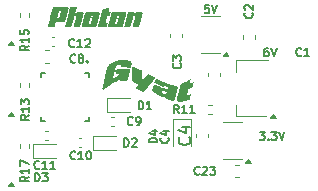
<source format=gbr>
%TF.GenerationSoftware,KiCad,Pcbnew,8.0.8*%
%TF.CreationDate,2025-04-24T20:57:55+02:00*%
%TF.ProjectId,ESC_PCB,4553435f-5043-4422-9e6b-696361645f70,rev?*%
%TF.SameCoordinates,Original*%
%TF.FileFunction,Legend,Top*%
%TF.FilePolarity,Positive*%
%FSLAX46Y46*%
G04 Gerber Fmt 4.6, Leading zero omitted, Abs format (unit mm)*
G04 Created by KiCad (PCBNEW 8.0.8) date 2025-04-24 20:57:55*
%MOMM*%
%LPD*%
G01*
G04 APERTURE LIST*
%ADD10C,0.160000*%
%ADD11C,0.150000*%
%ADD12C,0.120000*%
%ADD13C,0.000000*%
%ADD14C,0.127000*%
%ADD15C,0.200000*%
G04 APERTURE END LIST*
D10*
X101851929Y-48096013D02*
X101718596Y-48096013D01*
X101718596Y-48096013D02*
X101651929Y-48129346D01*
X101651929Y-48129346D02*
X101618596Y-48162680D01*
X101618596Y-48162680D02*
X101551929Y-48262680D01*
X101551929Y-48262680D02*
X101518596Y-48396013D01*
X101518596Y-48396013D02*
X101518596Y-48662680D01*
X101518596Y-48662680D02*
X101551929Y-48729346D01*
X101551929Y-48729346D02*
X101585263Y-48762680D01*
X101585263Y-48762680D02*
X101651929Y-48796013D01*
X101651929Y-48796013D02*
X101785263Y-48796013D01*
X101785263Y-48796013D02*
X101851929Y-48762680D01*
X101851929Y-48762680D02*
X101885263Y-48729346D01*
X101885263Y-48729346D02*
X101918596Y-48662680D01*
X101918596Y-48662680D02*
X101918596Y-48496013D01*
X101918596Y-48496013D02*
X101885263Y-48429346D01*
X101885263Y-48429346D02*
X101851929Y-48396013D01*
X101851929Y-48396013D02*
X101785263Y-48362680D01*
X101785263Y-48362680D02*
X101651929Y-48362680D01*
X101651929Y-48362680D02*
X101585263Y-48396013D01*
X101585263Y-48396013D02*
X101551929Y-48429346D01*
X101551929Y-48429346D02*
X101518596Y-48496013D01*
X102118596Y-48096013D02*
X102351930Y-48796013D01*
X102351930Y-48796013D02*
X102585263Y-48096013D01*
X89661929Y-56446013D02*
X89661929Y-55746013D01*
X89661929Y-55746013D02*
X89828596Y-55746013D01*
X89828596Y-55746013D02*
X89928596Y-55779346D01*
X89928596Y-55779346D02*
X89995263Y-55846013D01*
X89995263Y-55846013D02*
X90028596Y-55912680D01*
X90028596Y-55912680D02*
X90061929Y-56046013D01*
X90061929Y-56046013D02*
X90061929Y-56146013D01*
X90061929Y-56146013D02*
X90028596Y-56279346D01*
X90028596Y-56279346D02*
X89995263Y-56346013D01*
X89995263Y-56346013D02*
X89928596Y-56412680D01*
X89928596Y-56412680D02*
X89828596Y-56446013D01*
X89828596Y-56446013D02*
X89661929Y-56446013D01*
X90328596Y-55812680D02*
X90361929Y-55779346D01*
X90361929Y-55779346D02*
X90428596Y-55746013D01*
X90428596Y-55746013D02*
X90595263Y-55746013D01*
X90595263Y-55746013D02*
X90661929Y-55779346D01*
X90661929Y-55779346D02*
X90695263Y-55812680D01*
X90695263Y-55812680D02*
X90728596Y-55879346D01*
X90728596Y-55879346D02*
X90728596Y-55946013D01*
X90728596Y-55946013D02*
X90695263Y-56046013D01*
X90695263Y-56046013D02*
X90295263Y-56446013D01*
X90295263Y-56446013D02*
X90728596Y-56446013D01*
X81576013Y-58978070D02*
X81242680Y-59211403D01*
X81576013Y-59378070D02*
X80876013Y-59378070D01*
X80876013Y-59378070D02*
X80876013Y-59111403D01*
X80876013Y-59111403D02*
X80909346Y-59044737D01*
X80909346Y-59044737D02*
X80942680Y-59011403D01*
X80942680Y-59011403D02*
X81009346Y-58978070D01*
X81009346Y-58978070D02*
X81109346Y-58978070D01*
X81109346Y-58978070D02*
X81176013Y-59011403D01*
X81176013Y-59011403D02*
X81209346Y-59044737D01*
X81209346Y-59044737D02*
X81242680Y-59111403D01*
X81242680Y-59111403D02*
X81242680Y-59378070D01*
X81576013Y-58311403D02*
X81576013Y-58711403D01*
X81576013Y-58511403D02*
X80876013Y-58511403D01*
X80876013Y-58511403D02*
X80976013Y-58578070D01*
X80976013Y-58578070D02*
X81042680Y-58644737D01*
X81042680Y-58644737D02*
X81076013Y-58711403D01*
X80876013Y-58078070D02*
X80876013Y-57611403D01*
X80876013Y-57611403D02*
X81576013Y-57911403D01*
X90391929Y-54559346D02*
X90358596Y-54592680D01*
X90358596Y-54592680D02*
X90258596Y-54626013D01*
X90258596Y-54626013D02*
X90191929Y-54626013D01*
X90191929Y-54626013D02*
X90091929Y-54592680D01*
X90091929Y-54592680D02*
X90025263Y-54526013D01*
X90025263Y-54526013D02*
X89991929Y-54459346D01*
X89991929Y-54459346D02*
X89958596Y-54326013D01*
X89958596Y-54326013D02*
X89958596Y-54226013D01*
X89958596Y-54226013D02*
X89991929Y-54092680D01*
X89991929Y-54092680D02*
X90025263Y-54026013D01*
X90025263Y-54026013D02*
X90091929Y-53959346D01*
X90091929Y-53959346D02*
X90191929Y-53926013D01*
X90191929Y-53926013D02*
X90258596Y-53926013D01*
X90258596Y-53926013D02*
X90358596Y-53959346D01*
X90358596Y-53959346D02*
X90391929Y-53992680D01*
X90725263Y-54626013D02*
X90858596Y-54626013D01*
X90858596Y-54626013D02*
X90925263Y-54592680D01*
X90925263Y-54592680D02*
X90958596Y-54559346D01*
X90958596Y-54559346D02*
X91025263Y-54459346D01*
X91025263Y-54459346D02*
X91058596Y-54326013D01*
X91058596Y-54326013D02*
X91058596Y-54059346D01*
X91058596Y-54059346D02*
X91025263Y-53992680D01*
X91025263Y-53992680D02*
X90991929Y-53959346D01*
X90991929Y-53959346D02*
X90925263Y-53926013D01*
X90925263Y-53926013D02*
X90791929Y-53926013D01*
X90791929Y-53926013D02*
X90725263Y-53959346D01*
X90725263Y-53959346D02*
X90691929Y-53992680D01*
X90691929Y-53992680D02*
X90658596Y-54059346D01*
X90658596Y-54059346D02*
X90658596Y-54226013D01*
X90658596Y-54226013D02*
X90691929Y-54292680D01*
X90691929Y-54292680D02*
X90725263Y-54326013D01*
X90725263Y-54326013D02*
X90791929Y-54359346D01*
X90791929Y-54359346D02*
X90925263Y-54359346D01*
X90925263Y-54359346D02*
X90991929Y-54326013D01*
X90991929Y-54326013D02*
X91025263Y-54292680D01*
X91025263Y-54292680D02*
X91058596Y-54226013D01*
X94301929Y-53626013D02*
X94068596Y-53292680D01*
X93901929Y-53626013D02*
X93901929Y-52926013D01*
X93901929Y-52926013D02*
X94168596Y-52926013D01*
X94168596Y-52926013D02*
X94235263Y-52959346D01*
X94235263Y-52959346D02*
X94268596Y-52992680D01*
X94268596Y-52992680D02*
X94301929Y-53059346D01*
X94301929Y-53059346D02*
X94301929Y-53159346D01*
X94301929Y-53159346D02*
X94268596Y-53226013D01*
X94268596Y-53226013D02*
X94235263Y-53259346D01*
X94235263Y-53259346D02*
X94168596Y-53292680D01*
X94168596Y-53292680D02*
X93901929Y-53292680D01*
X94968596Y-53626013D02*
X94568596Y-53626013D01*
X94768596Y-53626013D02*
X94768596Y-52926013D01*
X94768596Y-52926013D02*
X94701929Y-53026013D01*
X94701929Y-53026013D02*
X94635263Y-53092680D01*
X94635263Y-53092680D02*
X94568596Y-53126013D01*
X95635263Y-53626013D02*
X95235263Y-53626013D01*
X95435263Y-53626013D02*
X95435263Y-52926013D01*
X95435263Y-52926013D02*
X95368596Y-53026013D01*
X95368596Y-53026013D02*
X95301930Y-53092680D01*
X95301930Y-53092680D02*
X95235263Y-53126013D01*
X85441929Y-47959346D02*
X85408596Y-47992680D01*
X85408596Y-47992680D02*
X85308596Y-48026013D01*
X85308596Y-48026013D02*
X85241929Y-48026013D01*
X85241929Y-48026013D02*
X85141929Y-47992680D01*
X85141929Y-47992680D02*
X85075263Y-47926013D01*
X85075263Y-47926013D02*
X85041929Y-47859346D01*
X85041929Y-47859346D02*
X85008596Y-47726013D01*
X85008596Y-47726013D02*
X85008596Y-47626013D01*
X85008596Y-47626013D02*
X85041929Y-47492680D01*
X85041929Y-47492680D02*
X85075263Y-47426013D01*
X85075263Y-47426013D02*
X85141929Y-47359346D01*
X85141929Y-47359346D02*
X85241929Y-47326013D01*
X85241929Y-47326013D02*
X85308596Y-47326013D01*
X85308596Y-47326013D02*
X85408596Y-47359346D01*
X85408596Y-47359346D02*
X85441929Y-47392680D01*
X86108596Y-48026013D02*
X85708596Y-48026013D01*
X85908596Y-48026013D02*
X85908596Y-47326013D01*
X85908596Y-47326013D02*
X85841929Y-47426013D01*
X85841929Y-47426013D02*
X85775263Y-47492680D01*
X85775263Y-47492680D02*
X85708596Y-47526013D01*
X86375263Y-47392680D02*
X86408596Y-47359346D01*
X86408596Y-47359346D02*
X86475263Y-47326013D01*
X86475263Y-47326013D02*
X86641930Y-47326013D01*
X86641930Y-47326013D02*
X86708596Y-47359346D01*
X86708596Y-47359346D02*
X86741930Y-47392680D01*
X86741930Y-47392680D02*
X86775263Y-47459346D01*
X86775263Y-47459346D02*
X86775263Y-47526013D01*
X86775263Y-47526013D02*
X86741930Y-47626013D01*
X86741930Y-47626013D02*
X86341930Y-48026013D01*
X86341930Y-48026013D02*
X86775263Y-48026013D01*
X82121929Y-59386013D02*
X82121929Y-58686013D01*
X82121929Y-58686013D02*
X82288596Y-58686013D01*
X82288596Y-58686013D02*
X82388596Y-58719346D01*
X82388596Y-58719346D02*
X82455263Y-58786013D01*
X82455263Y-58786013D02*
X82488596Y-58852680D01*
X82488596Y-58852680D02*
X82521929Y-58986013D01*
X82521929Y-58986013D02*
X82521929Y-59086013D01*
X82521929Y-59086013D02*
X82488596Y-59219346D01*
X82488596Y-59219346D02*
X82455263Y-59286013D01*
X82455263Y-59286013D02*
X82388596Y-59352680D01*
X82388596Y-59352680D02*
X82288596Y-59386013D01*
X82288596Y-59386013D02*
X82121929Y-59386013D01*
X82755263Y-58686013D02*
X83188596Y-58686013D01*
X83188596Y-58686013D02*
X82955263Y-58952680D01*
X82955263Y-58952680D02*
X83055263Y-58952680D01*
X83055263Y-58952680D02*
X83121929Y-58986013D01*
X83121929Y-58986013D02*
X83155263Y-59019346D01*
X83155263Y-59019346D02*
X83188596Y-59086013D01*
X83188596Y-59086013D02*
X83188596Y-59252680D01*
X83188596Y-59252680D02*
X83155263Y-59319346D01*
X83155263Y-59319346D02*
X83121929Y-59352680D01*
X83121929Y-59352680D02*
X83055263Y-59386013D01*
X83055263Y-59386013D02*
X82855263Y-59386013D01*
X82855263Y-59386013D02*
X82788596Y-59352680D01*
X82788596Y-59352680D02*
X82755263Y-59319346D01*
X81606013Y-53758070D02*
X81272680Y-53991403D01*
X81606013Y-54158070D02*
X80906013Y-54158070D01*
X80906013Y-54158070D02*
X80906013Y-53891403D01*
X80906013Y-53891403D02*
X80939346Y-53824737D01*
X80939346Y-53824737D02*
X80972680Y-53791403D01*
X80972680Y-53791403D02*
X81039346Y-53758070D01*
X81039346Y-53758070D02*
X81139346Y-53758070D01*
X81139346Y-53758070D02*
X81206013Y-53791403D01*
X81206013Y-53791403D02*
X81239346Y-53824737D01*
X81239346Y-53824737D02*
X81272680Y-53891403D01*
X81272680Y-53891403D02*
X81272680Y-54158070D01*
X81606013Y-53091403D02*
X81606013Y-53491403D01*
X81606013Y-53291403D02*
X80906013Y-53291403D01*
X80906013Y-53291403D02*
X81006013Y-53358070D01*
X81006013Y-53358070D02*
X81072680Y-53424737D01*
X81072680Y-53424737D02*
X81106013Y-53491403D01*
X80906013Y-52858070D02*
X80906013Y-52424736D01*
X80906013Y-52424736D02*
X81172680Y-52658070D01*
X81172680Y-52658070D02*
X81172680Y-52558070D01*
X81172680Y-52558070D02*
X81206013Y-52491403D01*
X81206013Y-52491403D02*
X81239346Y-52458070D01*
X81239346Y-52458070D02*
X81306013Y-52424736D01*
X81306013Y-52424736D02*
X81472680Y-52424736D01*
X81472680Y-52424736D02*
X81539346Y-52458070D01*
X81539346Y-52458070D02*
X81572680Y-52491403D01*
X81572680Y-52491403D02*
X81606013Y-52558070D01*
X81606013Y-52558070D02*
X81606013Y-52758070D01*
X81606013Y-52758070D02*
X81572680Y-52824736D01*
X81572680Y-52824736D02*
X81539346Y-52858070D01*
X81586013Y-47878070D02*
X81252680Y-48111403D01*
X81586013Y-48278070D02*
X80886013Y-48278070D01*
X80886013Y-48278070D02*
X80886013Y-48011403D01*
X80886013Y-48011403D02*
X80919346Y-47944737D01*
X80919346Y-47944737D02*
X80952680Y-47911403D01*
X80952680Y-47911403D02*
X81019346Y-47878070D01*
X81019346Y-47878070D02*
X81119346Y-47878070D01*
X81119346Y-47878070D02*
X81186013Y-47911403D01*
X81186013Y-47911403D02*
X81219346Y-47944737D01*
X81219346Y-47944737D02*
X81252680Y-48011403D01*
X81252680Y-48011403D02*
X81252680Y-48278070D01*
X81586013Y-47211403D02*
X81586013Y-47611403D01*
X81586013Y-47411403D02*
X80886013Y-47411403D01*
X80886013Y-47411403D02*
X80986013Y-47478070D01*
X80986013Y-47478070D02*
X81052680Y-47544737D01*
X81052680Y-47544737D02*
X81086013Y-47611403D01*
X80886013Y-46578070D02*
X80886013Y-46911403D01*
X80886013Y-46911403D02*
X81219346Y-46944736D01*
X81219346Y-46944736D02*
X81186013Y-46911403D01*
X81186013Y-46911403D02*
X81152680Y-46844736D01*
X81152680Y-46844736D02*
X81152680Y-46678070D01*
X81152680Y-46678070D02*
X81186013Y-46611403D01*
X81186013Y-46611403D02*
X81219346Y-46578070D01*
X81219346Y-46578070D02*
X81286013Y-46544736D01*
X81286013Y-46544736D02*
X81452680Y-46544736D01*
X81452680Y-46544736D02*
X81519346Y-46578070D01*
X81519346Y-46578070D02*
X81552680Y-46611403D01*
X81552680Y-46611403D02*
X81586013Y-46678070D01*
X81586013Y-46678070D02*
X81586013Y-46844736D01*
X81586013Y-46844736D02*
X81552680Y-46911403D01*
X81552680Y-46911403D02*
X81519346Y-46944736D01*
X96051929Y-58759346D02*
X96018596Y-58792680D01*
X96018596Y-58792680D02*
X95918596Y-58826013D01*
X95918596Y-58826013D02*
X95851929Y-58826013D01*
X95851929Y-58826013D02*
X95751929Y-58792680D01*
X95751929Y-58792680D02*
X95685263Y-58726013D01*
X95685263Y-58726013D02*
X95651929Y-58659346D01*
X95651929Y-58659346D02*
X95618596Y-58526013D01*
X95618596Y-58526013D02*
X95618596Y-58426013D01*
X95618596Y-58426013D02*
X95651929Y-58292680D01*
X95651929Y-58292680D02*
X95685263Y-58226013D01*
X95685263Y-58226013D02*
X95751929Y-58159346D01*
X95751929Y-58159346D02*
X95851929Y-58126013D01*
X95851929Y-58126013D02*
X95918596Y-58126013D01*
X95918596Y-58126013D02*
X96018596Y-58159346D01*
X96018596Y-58159346D02*
X96051929Y-58192680D01*
X96318596Y-58192680D02*
X96351929Y-58159346D01*
X96351929Y-58159346D02*
X96418596Y-58126013D01*
X96418596Y-58126013D02*
X96585263Y-58126013D01*
X96585263Y-58126013D02*
X96651929Y-58159346D01*
X96651929Y-58159346D02*
X96685263Y-58192680D01*
X96685263Y-58192680D02*
X96718596Y-58259346D01*
X96718596Y-58259346D02*
X96718596Y-58326013D01*
X96718596Y-58326013D02*
X96685263Y-58426013D01*
X96685263Y-58426013D02*
X96285263Y-58826013D01*
X96285263Y-58826013D02*
X96718596Y-58826013D01*
X96951930Y-58126013D02*
X97385263Y-58126013D01*
X97385263Y-58126013D02*
X97151930Y-58392680D01*
X97151930Y-58392680D02*
X97251930Y-58392680D01*
X97251930Y-58392680D02*
X97318596Y-58426013D01*
X97318596Y-58426013D02*
X97351930Y-58459346D01*
X97351930Y-58459346D02*
X97385263Y-58526013D01*
X97385263Y-58526013D02*
X97385263Y-58692680D01*
X97385263Y-58692680D02*
X97351930Y-58759346D01*
X97351930Y-58759346D02*
X97318596Y-58792680D01*
X97318596Y-58792680D02*
X97251930Y-58826013D01*
X97251930Y-58826013D02*
X97051930Y-58826013D01*
X97051930Y-58826013D02*
X96985263Y-58792680D01*
X96985263Y-58792680D02*
X96951930Y-58759346D01*
X101145263Y-55176013D02*
X101578596Y-55176013D01*
X101578596Y-55176013D02*
X101345263Y-55442680D01*
X101345263Y-55442680D02*
X101445263Y-55442680D01*
X101445263Y-55442680D02*
X101511929Y-55476013D01*
X101511929Y-55476013D02*
X101545263Y-55509346D01*
X101545263Y-55509346D02*
X101578596Y-55576013D01*
X101578596Y-55576013D02*
X101578596Y-55742680D01*
X101578596Y-55742680D02*
X101545263Y-55809346D01*
X101545263Y-55809346D02*
X101511929Y-55842680D01*
X101511929Y-55842680D02*
X101445263Y-55876013D01*
X101445263Y-55876013D02*
X101245263Y-55876013D01*
X101245263Y-55876013D02*
X101178596Y-55842680D01*
X101178596Y-55842680D02*
X101145263Y-55809346D01*
X101878596Y-55809346D02*
X101911930Y-55842680D01*
X101911930Y-55842680D02*
X101878596Y-55876013D01*
X101878596Y-55876013D02*
X101845263Y-55842680D01*
X101845263Y-55842680D02*
X101878596Y-55809346D01*
X101878596Y-55809346D02*
X101878596Y-55876013D01*
X102145263Y-55176013D02*
X102578596Y-55176013D01*
X102578596Y-55176013D02*
X102345263Y-55442680D01*
X102345263Y-55442680D02*
X102445263Y-55442680D01*
X102445263Y-55442680D02*
X102511929Y-55476013D01*
X102511929Y-55476013D02*
X102545263Y-55509346D01*
X102545263Y-55509346D02*
X102578596Y-55576013D01*
X102578596Y-55576013D02*
X102578596Y-55742680D01*
X102578596Y-55742680D02*
X102545263Y-55809346D01*
X102545263Y-55809346D02*
X102511929Y-55842680D01*
X102511929Y-55842680D02*
X102445263Y-55876013D01*
X102445263Y-55876013D02*
X102245263Y-55876013D01*
X102245263Y-55876013D02*
X102178596Y-55842680D01*
X102178596Y-55842680D02*
X102145263Y-55809346D01*
X102778596Y-55176013D02*
X103011930Y-55876013D01*
X103011930Y-55876013D02*
X103245263Y-55176013D01*
X90901929Y-53296013D02*
X90901929Y-52596013D01*
X90901929Y-52596013D02*
X91068596Y-52596013D01*
X91068596Y-52596013D02*
X91168596Y-52629346D01*
X91168596Y-52629346D02*
X91235263Y-52696013D01*
X91235263Y-52696013D02*
X91268596Y-52762680D01*
X91268596Y-52762680D02*
X91301929Y-52896013D01*
X91301929Y-52896013D02*
X91301929Y-52996013D01*
X91301929Y-52996013D02*
X91268596Y-53129346D01*
X91268596Y-53129346D02*
X91235263Y-53196013D01*
X91235263Y-53196013D02*
X91168596Y-53262680D01*
X91168596Y-53262680D02*
X91068596Y-53296013D01*
X91068596Y-53296013D02*
X90901929Y-53296013D01*
X91968596Y-53296013D02*
X91568596Y-53296013D01*
X91768596Y-53296013D02*
X91768596Y-52596013D01*
X91768596Y-52596013D02*
X91701929Y-52696013D01*
X91701929Y-52696013D02*
X91635263Y-52762680D01*
X91635263Y-52762680D02*
X91568596Y-52796013D01*
X82481929Y-58259346D02*
X82448596Y-58292680D01*
X82448596Y-58292680D02*
X82348596Y-58326013D01*
X82348596Y-58326013D02*
X82281929Y-58326013D01*
X82281929Y-58326013D02*
X82181929Y-58292680D01*
X82181929Y-58292680D02*
X82115263Y-58226013D01*
X82115263Y-58226013D02*
X82081929Y-58159346D01*
X82081929Y-58159346D02*
X82048596Y-58026013D01*
X82048596Y-58026013D02*
X82048596Y-57926013D01*
X82048596Y-57926013D02*
X82081929Y-57792680D01*
X82081929Y-57792680D02*
X82115263Y-57726013D01*
X82115263Y-57726013D02*
X82181929Y-57659346D01*
X82181929Y-57659346D02*
X82281929Y-57626013D01*
X82281929Y-57626013D02*
X82348596Y-57626013D01*
X82348596Y-57626013D02*
X82448596Y-57659346D01*
X82448596Y-57659346D02*
X82481929Y-57692680D01*
X83148596Y-58326013D02*
X82748596Y-58326013D01*
X82948596Y-58326013D02*
X82948596Y-57626013D01*
X82948596Y-57626013D02*
X82881929Y-57726013D01*
X82881929Y-57726013D02*
X82815263Y-57792680D01*
X82815263Y-57792680D02*
X82748596Y-57826013D01*
X83815263Y-58326013D02*
X83415263Y-58326013D01*
X83615263Y-58326013D02*
X83615263Y-57626013D01*
X83615263Y-57626013D02*
X83548596Y-57726013D01*
X83548596Y-57726013D02*
X83481930Y-57792680D01*
X83481930Y-57792680D02*
X83415263Y-57826013D01*
X92476013Y-56088070D02*
X91776013Y-56088070D01*
X91776013Y-56088070D02*
X91776013Y-55921403D01*
X91776013Y-55921403D02*
X91809346Y-55821403D01*
X91809346Y-55821403D02*
X91876013Y-55754737D01*
X91876013Y-55754737D02*
X91942680Y-55721403D01*
X91942680Y-55721403D02*
X92076013Y-55688070D01*
X92076013Y-55688070D02*
X92176013Y-55688070D01*
X92176013Y-55688070D02*
X92309346Y-55721403D01*
X92309346Y-55721403D02*
X92376013Y-55754737D01*
X92376013Y-55754737D02*
X92442680Y-55821403D01*
X92442680Y-55821403D02*
X92476013Y-55921403D01*
X92476013Y-55921403D02*
X92476013Y-56088070D01*
X92009346Y-55088070D02*
X92476013Y-55088070D01*
X91742680Y-55254737D02*
X92242680Y-55421403D01*
X92242680Y-55421403D02*
X92242680Y-54988070D01*
X104671929Y-48709346D02*
X104638596Y-48742680D01*
X104638596Y-48742680D02*
X104538596Y-48776013D01*
X104538596Y-48776013D02*
X104471929Y-48776013D01*
X104471929Y-48776013D02*
X104371929Y-48742680D01*
X104371929Y-48742680D02*
X104305263Y-48676013D01*
X104305263Y-48676013D02*
X104271929Y-48609346D01*
X104271929Y-48609346D02*
X104238596Y-48476013D01*
X104238596Y-48476013D02*
X104238596Y-48376013D01*
X104238596Y-48376013D02*
X104271929Y-48242680D01*
X104271929Y-48242680D02*
X104305263Y-48176013D01*
X104305263Y-48176013D02*
X104371929Y-48109346D01*
X104371929Y-48109346D02*
X104471929Y-48076013D01*
X104471929Y-48076013D02*
X104538596Y-48076013D01*
X104538596Y-48076013D02*
X104638596Y-48109346D01*
X104638596Y-48109346D02*
X104671929Y-48142680D01*
X105338596Y-48776013D02*
X104938596Y-48776013D01*
X105138596Y-48776013D02*
X105138596Y-48076013D01*
X105138596Y-48076013D02*
X105071929Y-48176013D01*
X105071929Y-48176013D02*
X105005263Y-48242680D01*
X105005263Y-48242680D02*
X104938596Y-48276013D01*
X85531929Y-57459346D02*
X85498596Y-57492680D01*
X85498596Y-57492680D02*
X85398596Y-57526013D01*
X85398596Y-57526013D02*
X85331929Y-57526013D01*
X85331929Y-57526013D02*
X85231929Y-57492680D01*
X85231929Y-57492680D02*
X85165263Y-57426013D01*
X85165263Y-57426013D02*
X85131929Y-57359346D01*
X85131929Y-57359346D02*
X85098596Y-57226013D01*
X85098596Y-57226013D02*
X85098596Y-57126013D01*
X85098596Y-57126013D02*
X85131929Y-56992680D01*
X85131929Y-56992680D02*
X85165263Y-56926013D01*
X85165263Y-56926013D02*
X85231929Y-56859346D01*
X85231929Y-56859346D02*
X85331929Y-56826013D01*
X85331929Y-56826013D02*
X85398596Y-56826013D01*
X85398596Y-56826013D02*
X85498596Y-56859346D01*
X85498596Y-56859346D02*
X85531929Y-56892680D01*
X86198596Y-57526013D02*
X85798596Y-57526013D01*
X85998596Y-57526013D02*
X85998596Y-56826013D01*
X85998596Y-56826013D02*
X85931929Y-56926013D01*
X85931929Y-56926013D02*
X85865263Y-56992680D01*
X85865263Y-56992680D02*
X85798596Y-57026013D01*
X86631930Y-56826013D02*
X86698596Y-56826013D01*
X86698596Y-56826013D02*
X86765263Y-56859346D01*
X86765263Y-56859346D02*
X86798596Y-56892680D01*
X86798596Y-56892680D02*
X86831930Y-56959346D01*
X86831930Y-56959346D02*
X86865263Y-57092680D01*
X86865263Y-57092680D02*
X86865263Y-57259346D01*
X86865263Y-57259346D02*
X86831930Y-57392680D01*
X86831930Y-57392680D02*
X86798596Y-57459346D01*
X86798596Y-57459346D02*
X86765263Y-57492680D01*
X86765263Y-57492680D02*
X86698596Y-57526013D01*
X86698596Y-57526013D02*
X86631930Y-57526013D01*
X86631930Y-57526013D02*
X86565263Y-57492680D01*
X86565263Y-57492680D02*
X86531930Y-57459346D01*
X86531930Y-57459346D02*
X86498596Y-57392680D01*
X86498596Y-57392680D02*
X86465263Y-57259346D01*
X86465263Y-57259346D02*
X86465263Y-57092680D01*
X86465263Y-57092680D02*
X86498596Y-56959346D01*
X86498596Y-56959346D02*
X86531930Y-56892680D01*
X86531930Y-56892680D02*
X86565263Y-56859346D01*
X86565263Y-56859346D02*
X86631930Y-56826013D01*
X94439346Y-49388070D02*
X94472680Y-49421403D01*
X94472680Y-49421403D02*
X94506013Y-49521403D01*
X94506013Y-49521403D02*
X94506013Y-49588070D01*
X94506013Y-49588070D02*
X94472680Y-49688070D01*
X94472680Y-49688070D02*
X94406013Y-49754737D01*
X94406013Y-49754737D02*
X94339346Y-49788070D01*
X94339346Y-49788070D02*
X94206013Y-49821403D01*
X94206013Y-49821403D02*
X94106013Y-49821403D01*
X94106013Y-49821403D02*
X93972680Y-49788070D01*
X93972680Y-49788070D02*
X93906013Y-49754737D01*
X93906013Y-49754737D02*
X93839346Y-49688070D01*
X93839346Y-49688070D02*
X93806013Y-49588070D01*
X93806013Y-49588070D02*
X93806013Y-49521403D01*
X93806013Y-49521403D02*
X93839346Y-49421403D01*
X93839346Y-49421403D02*
X93872680Y-49388070D01*
X93806013Y-49154737D02*
X93806013Y-48721403D01*
X93806013Y-48721403D02*
X94072680Y-48954737D01*
X94072680Y-48954737D02*
X94072680Y-48854737D01*
X94072680Y-48854737D02*
X94106013Y-48788070D01*
X94106013Y-48788070D02*
X94139346Y-48754737D01*
X94139346Y-48754737D02*
X94206013Y-48721403D01*
X94206013Y-48721403D02*
X94372680Y-48721403D01*
X94372680Y-48721403D02*
X94439346Y-48754737D01*
X94439346Y-48754737D02*
X94472680Y-48788070D01*
X94472680Y-48788070D02*
X94506013Y-48854737D01*
X94506013Y-48854737D02*
X94506013Y-49054737D01*
X94506013Y-49054737D02*
X94472680Y-49121403D01*
X94472680Y-49121403D02*
X94439346Y-49154737D01*
X93369346Y-55698070D02*
X93402680Y-55731403D01*
X93402680Y-55731403D02*
X93436013Y-55831403D01*
X93436013Y-55831403D02*
X93436013Y-55898070D01*
X93436013Y-55898070D02*
X93402680Y-55998070D01*
X93402680Y-55998070D02*
X93336013Y-56064737D01*
X93336013Y-56064737D02*
X93269346Y-56098070D01*
X93269346Y-56098070D02*
X93136013Y-56131403D01*
X93136013Y-56131403D02*
X93036013Y-56131403D01*
X93036013Y-56131403D02*
X92902680Y-56098070D01*
X92902680Y-56098070D02*
X92836013Y-56064737D01*
X92836013Y-56064737D02*
X92769346Y-55998070D01*
X92769346Y-55998070D02*
X92736013Y-55898070D01*
X92736013Y-55898070D02*
X92736013Y-55831403D01*
X92736013Y-55831403D02*
X92769346Y-55731403D01*
X92769346Y-55731403D02*
X92802680Y-55698070D01*
X92969346Y-55098070D02*
X93436013Y-55098070D01*
X92702680Y-55264737D02*
X93202680Y-55431403D01*
X93202680Y-55431403D02*
X93202680Y-54998070D01*
X100489346Y-45108070D02*
X100522680Y-45141403D01*
X100522680Y-45141403D02*
X100556013Y-45241403D01*
X100556013Y-45241403D02*
X100556013Y-45308070D01*
X100556013Y-45308070D02*
X100522680Y-45408070D01*
X100522680Y-45408070D02*
X100456013Y-45474737D01*
X100456013Y-45474737D02*
X100389346Y-45508070D01*
X100389346Y-45508070D02*
X100256013Y-45541403D01*
X100256013Y-45541403D02*
X100156013Y-45541403D01*
X100156013Y-45541403D02*
X100022680Y-45508070D01*
X100022680Y-45508070D02*
X99956013Y-45474737D01*
X99956013Y-45474737D02*
X99889346Y-45408070D01*
X99889346Y-45408070D02*
X99856013Y-45308070D01*
X99856013Y-45308070D02*
X99856013Y-45241403D01*
X99856013Y-45241403D02*
X99889346Y-45141403D01*
X99889346Y-45141403D02*
X99922680Y-45108070D01*
X99922680Y-44841403D02*
X99889346Y-44808070D01*
X99889346Y-44808070D02*
X99856013Y-44741403D01*
X99856013Y-44741403D02*
X99856013Y-44574737D01*
X99856013Y-44574737D02*
X99889346Y-44508070D01*
X99889346Y-44508070D02*
X99922680Y-44474737D01*
X99922680Y-44474737D02*
X99989346Y-44441403D01*
X99989346Y-44441403D02*
X100056013Y-44441403D01*
X100056013Y-44441403D02*
X100156013Y-44474737D01*
X100156013Y-44474737D02*
X100556013Y-44874737D01*
X100556013Y-44874737D02*
X100556013Y-44441403D01*
X96845263Y-44446013D02*
X96511929Y-44446013D01*
X96511929Y-44446013D02*
X96478596Y-44779346D01*
X96478596Y-44779346D02*
X96511929Y-44746013D01*
X96511929Y-44746013D02*
X96578596Y-44712680D01*
X96578596Y-44712680D02*
X96745263Y-44712680D01*
X96745263Y-44712680D02*
X96811929Y-44746013D01*
X96811929Y-44746013D02*
X96845263Y-44779346D01*
X96845263Y-44779346D02*
X96878596Y-44846013D01*
X96878596Y-44846013D02*
X96878596Y-45012680D01*
X96878596Y-45012680D02*
X96845263Y-45079346D01*
X96845263Y-45079346D02*
X96811929Y-45112680D01*
X96811929Y-45112680D02*
X96745263Y-45146013D01*
X96745263Y-45146013D02*
X96578596Y-45146013D01*
X96578596Y-45146013D02*
X96511929Y-45112680D01*
X96511929Y-45112680D02*
X96478596Y-45079346D01*
X97078596Y-44446013D02*
X97311930Y-45146013D01*
X97311930Y-45146013D02*
X97545263Y-44446013D01*
X85541929Y-49269346D02*
X85508596Y-49302680D01*
X85508596Y-49302680D02*
X85408596Y-49336013D01*
X85408596Y-49336013D02*
X85341929Y-49336013D01*
X85341929Y-49336013D02*
X85241929Y-49302680D01*
X85241929Y-49302680D02*
X85175263Y-49236013D01*
X85175263Y-49236013D02*
X85141929Y-49169346D01*
X85141929Y-49169346D02*
X85108596Y-49036013D01*
X85108596Y-49036013D02*
X85108596Y-48936013D01*
X85108596Y-48936013D02*
X85141929Y-48802680D01*
X85141929Y-48802680D02*
X85175263Y-48736013D01*
X85175263Y-48736013D02*
X85241929Y-48669346D01*
X85241929Y-48669346D02*
X85341929Y-48636013D01*
X85341929Y-48636013D02*
X85408596Y-48636013D01*
X85408596Y-48636013D02*
X85508596Y-48669346D01*
X85508596Y-48669346D02*
X85541929Y-48702680D01*
X85941929Y-48936013D02*
X85875263Y-48902680D01*
X85875263Y-48902680D02*
X85841929Y-48869346D01*
X85841929Y-48869346D02*
X85808596Y-48802680D01*
X85808596Y-48802680D02*
X85808596Y-48769346D01*
X85808596Y-48769346D02*
X85841929Y-48702680D01*
X85841929Y-48702680D02*
X85875263Y-48669346D01*
X85875263Y-48669346D02*
X85941929Y-48636013D01*
X85941929Y-48636013D02*
X86075263Y-48636013D01*
X86075263Y-48636013D02*
X86141929Y-48669346D01*
X86141929Y-48669346D02*
X86175263Y-48702680D01*
X86175263Y-48702680D02*
X86208596Y-48769346D01*
X86208596Y-48769346D02*
X86208596Y-48802680D01*
X86208596Y-48802680D02*
X86175263Y-48869346D01*
X86175263Y-48869346D02*
X86141929Y-48902680D01*
X86141929Y-48902680D02*
X86075263Y-48936013D01*
X86075263Y-48936013D02*
X85941929Y-48936013D01*
X85941929Y-48936013D02*
X85875263Y-48969346D01*
X85875263Y-48969346D02*
X85841929Y-49002680D01*
X85841929Y-49002680D02*
X85808596Y-49069346D01*
X85808596Y-49069346D02*
X85808596Y-49202680D01*
X85808596Y-49202680D02*
X85841929Y-49269346D01*
X85841929Y-49269346D02*
X85875263Y-49302680D01*
X85875263Y-49302680D02*
X85941929Y-49336013D01*
X85941929Y-49336013D02*
X86075263Y-49336013D01*
X86075263Y-49336013D02*
X86141929Y-49302680D01*
X86141929Y-49302680D02*
X86175263Y-49269346D01*
X86175263Y-49269346D02*
X86208596Y-49202680D01*
X86208596Y-49202680D02*
X86208596Y-49069346D01*
X86208596Y-49069346D02*
X86175263Y-49002680D01*
X86175263Y-49002680D02*
X86141929Y-48969346D01*
X86141929Y-48969346D02*
X86075263Y-48936013D01*
D11*
X95179580Y-55666666D02*
X95227200Y-55714285D01*
X95227200Y-55714285D02*
X95274819Y-55857142D01*
X95274819Y-55857142D02*
X95274819Y-55952380D01*
X95274819Y-55952380D02*
X95227200Y-56095237D01*
X95227200Y-56095237D02*
X95131961Y-56190475D01*
X95131961Y-56190475D02*
X95036723Y-56238094D01*
X95036723Y-56238094D02*
X94846247Y-56285713D01*
X94846247Y-56285713D02*
X94703390Y-56285713D01*
X94703390Y-56285713D02*
X94512914Y-56238094D01*
X94512914Y-56238094D02*
X94417676Y-56190475D01*
X94417676Y-56190475D02*
X94322438Y-56095237D01*
X94322438Y-56095237D02*
X94274819Y-55952380D01*
X94274819Y-55952380D02*
X94274819Y-55857142D01*
X94274819Y-55857142D02*
X94322438Y-55714285D01*
X94322438Y-55714285D02*
X94370057Y-55666666D01*
X94608152Y-54809523D02*
X95274819Y-54809523D01*
X94227200Y-55047618D02*
X94941485Y-55285713D01*
X94941485Y-55285713D02*
X94941485Y-54666666D01*
D12*
%TO.C,R11*%
X96782379Y-52940000D02*
X97117621Y-52940000D01*
X96782379Y-53700000D02*
X97117621Y-53700000D01*
%TO.C,D2*%
X87040000Y-55500000D02*
X87040000Y-56700000D01*
X89000000Y-55500000D02*
X87040000Y-55500000D01*
X89000000Y-56700000D02*
X87040000Y-56700000D01*
%TO.C,Q5*%
X80340000Y-53850000D02*
X79860000Y-53850000D01*
X80100000Y-53520000D01*
X80340000Y-53850000D01*
G36*
X80340000Y-53850000D02*
G01*
X79860000Y-53850000D01*
X80100000Y-53520000D01*
X80340000Y-53850000D01*
G37*
%TO.C,C11*%
X83215835Y-55140000D02*
X82984165Y-55140000D01*
X83215835Y-55860000D02*
X82984165Y-55860000D01*
%TO.C,C9*%
X88815835Y-53940000D02*
X88584165Y-53940000D01*
X88815835Y-54660000D02*
X88584165Y-54660000D01*
%TO.C,U2*%
X96964999Y-45370000D02*
X96164999Y-45370000D01*
X96964999Y-45370000D02*
X97764999Y-45370000D01*
X96964999Y-48490000D02*
X96164999Y-48490000D01*
X96964999Y-48490000D02*
X97764999Y-48490000D01*
X98504999Y-48770000D02*
X98024999Y-48770000D01*
X98264999Y-48440000D01*
X98504999Y-48770000D01*
G36*
X98504999Y-48770000D02*
G01*
X98024999Y-48770000D01*
X98264999Y-48440000D01*
X98504999Y-48770000D01*
G37*
%TO.C,C3*%
X93574999Y-46886233D02*
X93574999Y-47178767D01*
X94594999Y-46886233D02*
X94594999Y-47178767D01*
%TO.C,U4*%
X99140000Y-49140000D02*
X101860000Y-49140000D01*
X99140000Y-50120000D02*
X99140000Y-49140000D01*
X99140000Y-52880000D02*
X99140000Y-53860000D01*
X101720000Y-53860000D02*
X99140000Y-53860000D01*
X102510000Y-54040000D02*
X102030000Y-54040000D01*
X102270000Y-53710000D01*
X102510000Y-54040000D01*
G36*
X102510000Y-54040000D02*
G01*
X102030000Y-54040000D01*
X102270000Y-53710000D01*
X102510000Y-54040000D01*
G37*
%TO.C,D1*%
X88240000Y-52300000D02*
X88240000Y-53500000D01*
X90200000Y-52300000D02*
X88240000Y-52300000D01*
X90200000Y-53500000D02*
X88240000Y-53500000D01*
%TO.C,C8*%
X83298767Y-48300000D02*
X83006233Y-48300000D01*
X83298767Y-49320000D02*
X83006233Y-49320000D01*
%TO.C,D4*%
X93825000Y-54107500D02*
X93825000Y-56392500D01*
X95295000Y-54107500D02*
X93825000Y-54107500D01*
X95295000Y-56392500D02*
X95295000Y-54107500D01*
%TO.C,C4*%
X95740000Y-55646267D02*
X95740000Y-55353733D01*
X96760000Y-55646267D02*
X96760000Y-55353733D01*
%TO.C,Q4*%
X80340000Y-59750000D02*
X79860000Y-59750000D01*
X80100000Y-59420000D01*
X80340000Y-59750000D01*
G36*
X80340000Y-59750000D02*
G01*
X79860000Y-59750000D01*
X80100000Y-59420000D01*
X80340000Y-59750000D01*
G37*
%TO.C,C12*%
X83765835Y-47180000D02*
X83534165Y-47180000D01*
X83765835Y-47900000D02*
X83534165Y-47900000D01*
%TO.C,C2*%
X99720000Y-47016233D02*
X99720000Y-47308767D01*
X100740000Y-47016233D02*
X100740000Y-47308767D01*
%TO.C,C10*%
X86048335Y-55740000D02*
X85816665Y-55740000D01*
X86048335Y-56460000D02*
X85816665Y-56460000D01*
%TO.C,C23*%
X99358767Y-57970000D02*
X99066233Y-57970000D01*
X99358767Y-58990000D02*
X99066233Y-58990000D01*
%TO.C,R17*%
X80820000Y-56232379D02*
X80820000Y-56567621D01*
X81580000Y-56232379D02*
X81580000Y-56567621D01*
%TO.C,R15*%
X80820000Y-45467621D02*
X80820000Y-45132379D01*
X81580000Y-45467621D02*
X81580000Y-45132379D01*
D13*
%TO.C,G\u002A\u002A\u002A*%
G36*
X84890243Y-44617377D02*
G01*
X84920030Y-44638538D01*
X84942031Y-44665536D01*
X84956165Y-44698224D01*
X84962349Y-44736454D01*
X84962644Y-44748292D01*
X84962465Y-44755308D01*
X84961864Y-44763167D01*
X84960697Y-44772453D01*
X84958818Y-44783750D01*
X84956082Y-44797639D01*
X84952345Y-44814705D01*
X84947462Y-44835531D01*
X84941288Y-44860701D01*
X84933679Y-44890798D01*
X84924489Y-44926404D01*
X84913575Y-44968104D01*
X84900790Y-45016482D01*
X84885990Y-45072119D01*
X84869030Y-45135600D01*
X84849766Y-45207507D01*
X84834898Y-45262926D01*
X84812570Y-45345979D01*
X84792570Y-45420061D01*
X84774766Y-45485643D01*
X84759022Y-45543195D01*
X84745208Y-45593188D01*
X84733187Y-45636091D01*
X84722829Y-45672374D01*
X84713998Y-45702509D01*
X84706561Y-45726964D01*
X84700385Y-45746210D01*
X84695337Y-45760717D01*
X84691282Y-45770955D01*
X84689743Y-45774303D01*
X84672650Y-45803070D01*
X84649781Y-45832915D01*
X84623770Y-45860853D01*
X84597249Y-45883902D01*
X84586095Y-45891726D01*
X84576437Y-45897988D01*
X84567890Y-45903379D01*
X84559677Y-45907971D01*
X84551024Y-45911833D01*
X84541152Y-45915036D01*
X84529286Y-45917651D01*
X84514649Y-45919748D01*
X84496465Y-45921398D01*
X84473958Y-45922671D01*
X84446351Y-45923638D01*
X84412867Y-45924368D01*
X84372731Y-45924934D01*
X84325166Y-45925404D01*
X84269395Y-45925851D01*
X84204893Y-45926341D01*
X83890275Y-45928780D01*
X83833638Y-46138536D01*
X83777001Y-46348292D01*
X83478642Y-46349549D01*
X83180283Y-46350806D01*
X83183648Y-46337354D01*
X83185245Y-46331304D01*
X83189242Y-46316309D01*
X83195510Y-46292844D01*
X83203923Y-46261388D01*
X83214351Y-46222417D01*
X83226668Y-46176409D01*
X83240745Y-46123840D01*
X83256455Y-46065187D01*
X83273670Y-46000929D01*
X83292263Y-45931541D01*
X83312104Y-45857501D01*
X83333067Y-45779286D01*
X83355024Y-45697373D01*
X83377847Y-45612240D01*
X83385183Y-45584878D01*
X83981274Y-45584878D01*
X84040316Y-45584878D01*
X84066887Y-45584631D01*
X84086049Y-45583690D01*
X84100139Y-45581753D01*
X84111497Y-45578518D01*
X84120824Y-45574486D01*
X84143458Y-45558424D01*
X84163917Y-45533550D01*
X84181586Y-45500685D01*
X84187630Y-45485762D01*
X84191450Y-45474194D01*
X84197391Y-45454513D01*
X84205092Y-45428043D01*
X84214188Y-45396106D01*
X84224319Y-45360025D01*
X84235121Y-45321123D01*
X84246233Y-45280723D01*
X84257291Y-45240146D01*
X84267934Y-45200717D01*
X84277798Y-45163756D01*
X84286523Y-45130589D01*
X84293744Y-45102536D01*
X84299100Y-45080920D01*
X84301877Y-45068784D01*
X84305815Y-45042602D01*
X84307092Y-45016228D01*
X84305760Y-44992569D01*
X84301869Y-44974533D01*
X84300148Y-44970530D01*
X84293041Y-44960835D01*
X84282346Y-44953905D01*
X84266612Y-44949358D01*
X84244392Y-44946810D01*
X84214237Y-44945879D01*
X84206777Y-44945853D01*
X84151595Y-44945853D01*
X84146808Y-44964146D01*
X84144968Y-44971085D01*
X84140879Y-44986458D01*
X84134804Y-45009272D01*
X84127008Y-45038535D01*
X84117756Y-45073255D01*
X84107313Y-45112437D01*
X84095942Y-45155091D01*
X84083910Y-45200224D01*
X84071480Y-45246843D01*
X84058916Y-45293955D01*
X84046485Y-45340568D01*
X84034450Y-45385689D01*
X84023076Y-45428326D01*
X84012628Y-45467487D01*
X84003371Y-45502178D01*
X83995568Y-45531408D01*
X83989485Y-45554183D01*
X83985517Y-45569024D01*
X83981274Y-45584878D01*
X83385183Y-45584878D01*
X83401408Y-45524362D01*
X83417227Y-45465365D01*
X83647439Y-44606829D01*
X84259085Y-44606829D01*
X84870731Y-44606829D01*
X84890243Y-44617377D01*
G37*
G36*
X88432959Y-44670767D02*
G01*
X88429889Y-44684151D01*
X88424773Y-44704856D01*
X88417878Y-44731839D01*
X88409472Y-44764055D01*
X88399821Y-44800462D01*
X88389193Y-44840014D01*
X88387936Y-44844658D01*
X88377053Y-44884843D01*
X88366916Y-44922275D01*
X88357821Y-44955860D01*
X88350066Y-44984502D01*
X88343946Y-45007104D01*
X88339759Y-45022571D01*
X88337802Y-45029806D01*
X88337749Y-45030000D01*
X88337583Y-45032897D01*
X88339672Y-45035056D01*
X88345227Y-45036583D01*
X88355458Y-45037586D01*
X88371576Y-45038174D01*
X88394792Y-45038455D01*
X88426316Y-45038535D01*
X88433577Y-45038536D01*
X88466940Y-45038594D01*
X88491785Y-45038841D01*
X88509347Y-45039385D01*
X88520864Y-45040333D01*
X88527573Y-45041792D01*
X88530710Y-45043872D01*
X88531512Y-45046679D01*
X88531511Y-45047073D01*
X88530222Y-45053684D01*
X88526655Y-45068540D01*
X88521110Y-45090476D01*
X88513887Y-45118328D01*
X88505289Y-45150932D01*
X88495615Y-45187124D01*
X88488317Y-45214146D01*
X88445319Y-45372682D01*
X88344772Y-45374000D01*
X88244225Y-45375318D01*
X88239420Y-45393513D01*
X88237309Y-45401435D01*
X88232908Y-45417896D01*
X88226454Y-45442008D01*
X88218185Y-45472888D01*
X88208338Y-45509650D01*
X88197149Y-45551408D01*
X88184856Y-45597277D01*
X88171696Y-45646372D01*
X88158771Y-45694586D01*
X88145137Y-45745601D01*
X88132290Y-45793999D01*
X88120451Y-45838924D01*
X88109839Y-45879524D01*
X88100676Y-45914946D01*
X88093183Y-45944337D01*
X88087580Y-45966842D01*
X88084088Y-45981610D01*
X88082926Y-45987732D01*
X88086399Y-45998992D01*
X88091847Y-46006073D01*
X88096386Y-46009033D01*
X88103435Y-46011186D01*
X88114427Y-46012653D01*
X88130792Y-46013555D01*
X88153962Y-46014012D01*
X88185369Y-46014145D01*
X88187538Y-46014146D01*
X88274308Y-46014146D01*
X88271524Y-46024793D01*
X88269617Y-46031937D01*
X88265486Y-46047309D01*
X88259453Y-46069720D01*
X88251837Y-46097980D01*
X88242960Y-46130898D01*
X88233142Y-46167285D01*
X88226178Y-46193085D01*
X88183616Y-46350731D01*
X87863759Y-46350346D01*
X87798133Y-46350237D01*
X87741569Y-46350070D01*
X87693371Y-46349829D01*
X87652845Y-46349500D01*
X87619297Y-46349066D01*
X87592031Y-46348512D01*
X87570353Y-46347824D01*
X87553568Y-46346987D01*
X87540983Y-46345983D01*
X87531901Y-46344800D01*
X87525628Y-46343421D01*
X87523944Y-46342881D01*
X87499692Y-46329618D01*
X87477970Y-46308880D01*
X87462309Y-46285149D01*
X87459435Y-46279560D01*
X87456895Y-46274258D01*
X87454793Y-46268777D01*
X87453235Y-46262648D01*
X87452327Y-46255403D01*
X87452172Y-46246573D01*
X87452877Y-46235689D01*
X87454546Y-46222285D01*
X87457286Y-46205890D01*
X87461201Y-46186038D01*
X87466396Y-46162259D01*
X87472976Y-46134085D01*
X87481048Y-46101048D01*
X87490716Y-46062680D01*
X87502085Y-46018512D01*
X87515260Y-45968075D01*
X87530348Y-45910902D01*
X87547452Y-45846525D01*
X87566679Y-45774474D01*
X87588133Y-45694281D01*
X87611920Y-45605479D01*
X87631157Y-45533680D01*
X87652242Y-45455048D01*
X87672672Y-45378996D01*
X87692300Y-45306057D01*
X87710983Y-45236765D01*
X87728574Y-45171654D01*
X87744929Y-45111258D01*
X87759903Y-45056110D01*
X87773350Y-45006744D01*
X87785126Y-44963694D01*
X87795085Y-44927493D01*
X87803082Y-44898676D01*
X87808973Y-44877775D01*
X87812611Y-44865325D01*
X87813816Y-44861793D01*
X87819043Y-44859648D01*
X87832587Y-44854925D01*
X87853512Y-44847919D01*
X87880886Y-44838927D01*
X87913774Y-44828243D01*
X87951242Y-44816163D01*
X87992356Y-44802982D01*
X88036182Y-44788995D01*
X88081787Y-44774498D01*
X88128235Y-44759787D01*
X88174594Y-44745156D01*
X88219929Y-44730901D01*
X88263306Y-44717318D01*
X88303791Y-44704701D01*
X88340450Y-44693346D01*
X88372349Y-44683549D01*
X88398554Y-44675605D01*
X88418132Y-44669809D01*
X88430147Y-44666457D01*
X88433716Y-44665749D01*
X88432959Y-44670767D01*
G37*
G36*
X85580518Y-44605115D02*
G01*
X85608062Y-44605301D01*
X85629518Y-44605646D01*
X85645620Y-44606169D01*
X85657103Y-44606890D01*
X85664698Y-44607828D01*
X85669140Y-44609003D01*
X85671163Y-44610433D01*
X85671500Y-44612138D01*
X85671332Y-44612886D01*
X85668886Y-44621607D01*
X85664298Y-44638353D01*
X85657832Y-44662148D01*
X85649747Y-44692020D01*
X85640306Y-44726991D01*
X85629770Y-44766087D01*
X85618401Y-44808333D01*
X85606461Y-44852753D01*
X85594211Y-44898374D01*
X85581912Y-44944219D01*
X85569826Y-44989314D01*
X85558216Y-45032684D01*
X85547341Y-45073353D01*
X85537465Y-45110346D01*
X85528848Y-45142689D01*
X85521753Y-45169406D01*
X85516440Y-45189522D01*
X85513172Y-45202062D01*
X85512195Y-45206062D01*
X85516362Y-45208513D01*
X85523861Y-45209268D01*
X85533601Y-45206369D01*
X85538781Y-45196196D01*
X85538868Y-45195853D01*
X85548965Y-45170157D01*
X85566026Y-45142588D01*
X85588153Y-45115349D01*
X85613445Y-45090648D01*
X85640006Y-45070687D01*
X85653086Y-45063215D01*
X85665437Y-45057323D01*
X85677739Y-45052420D01*
X85690980Y-45048425D01*
X85706149Y-45045258D01*
X85724235Y-45042838D01*
X85746225Y-45041085D01*
X85773109Y-45039917D01*
X85805875Y-45039255D01*
X85845511Y-45039016D01*
X85893006Y-45039122D01*
X85944344Y-45039453D01*
X86144618Y-45040975D01*
X86173366Y-45055684D01*
X86199823Y-45073152D01*
X86218107Y-45094834D01*
X86228937Y-45121902D01*
X86232939Y-45152695D01*
X86233010Y-45158332D01*
X86232715Y-45164723D01*
X86231923Y-45172387D01*
X86230505Y-45181841D01*
X86228332Y-45193603D01*
X86225273Y-45208191D01*
X86221199Y-45226122D01*
X86215979Y-45247915D01*
X86209485Y-45274086D01*
X86201586Y-45305154D01*
X86192152Y-45341636D01*
X86181055Y-45384051D01*
X86168163Y-45432916D01*
X86153348Y-45488748D01*
X86136479Y-45552065D01*
X86117427Y-45623386D01*
X86096061Y-45703228D01*
X86078765Y-45767804D01*
X85923245Y-46348292D01*
X85644549Y-46349552D01*
X85593417Y-46349761D01*
X85545318Y-46349917D01*
X85501114Y-46350019D01*
X85461671Y-46350067D01*
X85427852Y-46350061D01*
X85400521Y-46350001D01*
X85380542Y-46349888D01*
X85368779Y-46349720D01*
X85365864Y-46349552D01*
X85367101Y-46344767D01*
X85370696Y-46331191D01*
X85376482Y-46309455D01*
X85384288Y-46280192D01*
X85393946Y-46244033D01*
X85405287Y-46201609D01*
X85418143Y-46153553D01*
X85432343Y-46100496D01*
X85447719Y-46043070D01*
X85464103Y-45981906D01*
X85481325Y-45917637D01*
X85492693Y-45875229D01*
X85510400Y-45809064D01*
X85527374Y-45745428D01*
X85543443Y-45684968D01*
X85558438Y-45628335D01*
X85572189Y-45576178D01*
X85584525Y-45529146D01*
X85595277Y-45487889D01*
X85604274Y-45453055D01*
X85611348Y-45425295D01*
X85616326Y-45405258D01*
X85619041Y-45393593D01*
X85619512Y-45390860D01*
X85615376Y-45375454D01*
X85604096Y-45364080D01*
X85587360Y-45356633D01*
X85566857Y-45353004D01*
X85544274Y-45353084D01*
X85521300Y-45356766D01*
X85499625Y-45363943D01*
X85480937Y-45374505D01*
X85466923Y-45388345D01*
X85460426Y-45401032D01*
X85458701Y-45407160D01*
X85454631Y-45422061D01*
X85448390Y-45445082D01*
X85440155Y-45475571D01*
X85430101Y-45512875D01*
X85418403Y-45556344D01*
X85405237Y-45605323D01*
X85390779Y-45659161D01*
X85375203Y-45717207D01*
X85358685Y-45778806D01*
X85341401Y-45843308D01*
X85331574Y-45880000D01*
X85206178Y-46348292D01*
X84927376Y-46349552D01*
X84648574Y-46350811D01*
X84651940Y-46337357D01*
X84653538Y-46331307D01*
X84657534Y-46316311D01*
X84663803Y-46292846D01*
X84672215Y-46261390D01*
X84682643Y-46222418D01*
X84694960Y-46176410D01*
X84709038Y-46123840D01*
X84724748Y-46065188D01*
X84741963Y-46000929D01*
X84760555Y-45931541D01*
X84780396Y-45857501D01*
X84801359Y-45779286D01*
X84823316Y-45697373D01*
X84846139Y-45612239D01*
X84869700Y-45524362D01*
X84885519Y-45465365D01*
X85115730Y-44606829D01*
X85394792Y-44605569D01*
X85454023Y-44605314D01*
X85504232Y-44605141D01*
X85546152Y-44605068D01*
X85580518Y-44605115D01*
G37*
G36*
X90324555Y-45038576D02*
G01*
X90372561Y-45038693D01*
X90416667Y-45038877D01*
X90456009Y-45039123D01*
X90489720Y-45039422D01*
X90516935Y-45039768D01*
X90536790Y-45040152D01*
X90548417Y-45040569D01*
X90551219Y-45040904D01*
X90549989Y-45046160D01*
X90546580Y-45059229D01*
X90541417Y-45078525D01*
X90534924Y-45102458D01*
X90529268Y-45123113D01*
X90522031Y-45149611D01*
X90515799Y-45172768D01*
X90510998Y-45190975D01*
X90508052Y-45202625D01*
X90507317Y-45206111D01*
X90511484Y-45208524D01*
X90518983Y-45209268D01*
X90528723Y-45206369D01*
X90533903Y-45196196D01*
X90533990Y-45195853D01*
X90544087Y-45170157D01*
X90561148Y-45142588D01*
X90583275Y-45115349D01*
X90608567Y-45090648D01*
X90635128Y-45070687D01*
X90648208Y-45063215D01*
X90660559Y-45057323D01*
X90672861Y-45052420D01*
X90686102Y-45048425D01*
X90701271Y-45045258D01*
X90719357Y-45042838D01*
X90741347Y-45041085D01*
X90768231Y-45039917D01*
X90800997Y-45039255D01*
X90840633Y-45039016D01*
X90888128Y-45039122D01*
X90939466Y-45039453D01*
X91139740Y-45040975D01*
X91168488Y-45055684D01*
X91194945Y-45073152D01*
X91213229Y-45094834D01*
X91224059Y-45121902D01*
X91228061Y-45152695D01*
X91228132Y-45158332D01*
X91227837Y-45164723D01*
X91227045Y-45172387D01*
X91225627Y-45181841D01*
X91223454Y-45193603D01*
X91220395Y-45208191D01*
X91216321Y-45226122D01*
X91211101Y-45247915D01*
X91204607Y-45274086D01*
X91196708Y-45305154D01*
X91187274Y-45341636D01*
X91176177Y-45384051D01*
X91163285Y-45432916D01*
X91148470Y-45488748D01*
X91131601Y-45552065D01*
X91112548Y-45623386D01*
X91091183Y-45703228D01*
X91073887Y-45767804D01*
X90918367Y-46348292D01*
X90639671Y-46349552D01*
X90588539Y-46349761D01*
X90540440Y-46349917D01*
X90496236Y-46350019D01*
X90456793Y-46350067D01*
X90422974Y-46350061D01*
X90395643Y-46350001D01*
X90375664Y-46349888D01*
X90363901Y-46349720D01*
X90360986Y-46349552D01*
X90362223Y-46344767D01*
X90365818Y-46331191D01*
X90371604Y-46309455D01*
X90379410Y-46280192D01*
X90389068Y-46244033D01*
X90400409Y-46201609D01*
X90413265Y-46153553D01*
X90427465Y-46100496D01*
X90442841Y-46043070D01*
X90459225Y-45981906D01*
X90476447Y-45917637D01*
X90487815Y-45875229D01*
X90505522Y-45809064D01*
X90522496Y-45745428D01*
X90538565Y-45684968D01*
X90553560Y-45628335D01*
X90567310Y-45576178D01*
X90579647Y-45529146D01*
X90590399Y-45487889D01*
X90599396Y-45453055D01*
X90606469Y-45425295D01*
X90611448Y-45405258D01*
X90614163Y-45393593D01*
X90614634Y-45390860D01*
X90610498Y-45375454D01*
X90599218Y-45364080D01*
X90582482Y-45356633D01*
X90561978Y-45353004D01*
X90539396Y-45353084D01*
X90516422Y-45356766D01*
X90494747Y-45363943D01*
X90476059Y-45374505D01*
X90462045Y-45388345D01*
X90455547Y-45401032D01*
X90453823Y-45407160D01*
X90449752Y-45422061D01*
X90443512Y-45445082D01*
X90435277Y-45475571D01*
X90425223Y-45512875D01*
X90413525Y-45556344D01*
X90400359Y-45605323D01*
X90385901Y-45659161D01*
X90370325Y-45717207D01*
X90353807Y-45778806D01*
X90336523Y-45843308D01*
X90326696Y-45880000D01*
X90201300Y-46348292D01*
X89922260Y-46349552D01*
X89863031Y-46349807D01*
X89812824Y-46349980D01*
X89770905Y-46350053D01*
X89736542Y-46350006D01*
X89708999Y-46349820D01*
X89687543Y-46349475D01*
X89671441Y-46348951D01*
X89659959Y-46348230D01*
X89652363Y-46347292D01*
X89647919Y-46346117D01*
X89645894Y-46344687D01*
X89645553Y-46342981D01*
X89645719Y-46342235D01*
X89647265Y-46336554D01*
X89651182Y-46322008D01*
X89657321Y-46299156D01*
X89665533Y-46268557D01*
X89675667Y-46230771D01*
X89687573Y-46186356D01*
X89701101Y-46135873D01*
X89716103Y-46079880D01*
X89732427Y-46018937D01*
X89749924Y-45953603D01*
X89768444Y-45884438D01*
X89787837Y-45812000D01*
X89807953Y-45736849D01*
X89814683Y-45711707D01*
X89835101Y-45635430D01*
X89854911Y-45561455D01*
X89873956Y-45490361D01*
X89892081Y-45422729D01*
X89909129Y-45359137D01*
X89924947Y-45300166D01*
X89939377Y-45246396D01*
X89952264Y-45198405D01*
X89963453Y-45156775D01*
X89972788Y-45122084D01*
X89980114Y-45094912D01*
X89985275Y-45075839D01*
X89988115Y-45065445D01*
X89988480Y-45064146D01*
X89995814Y-45038536D01*
X90273516Y-45038536D01*
X90324555Y-45038576D01*
G37*
G36*
X86932779Y-45039370D02*
G01*
X87017521Y-45039539D01*
X87036585Y-45039591D01*
X87116173Y-45039827D01*
X87186593Y-45040060D01*
X87248432Y-45040300D01*
X87302276Y-45040561D01*
X87348713Y-45040854D01*
X87388331Y-45041191D01*
X87421716Y-45041584D01*
X87449456Y-45042045D01*
X87472139Y-45042585D01*
X87490351Y-45043217D01*
X87504680Y-45043952D01*
X87515714Y-45044803D01*
X87524039Y-45045781D01*
X87530243Y-45046898D01*
X87534912Y-45048166D01*
X87538636Y-45049598D01*
X87539024Y-45049770D01*
X87567659Y-45067894D01*
X87590174Y-45093497D01*
X87596643Y-45104390D01*
X87600001Y-45110824D01*
X87602863Y-45117079D01*
X87605113Y-45123698D01*
X87606637Y-45131229D01*
X87607321Y-45140216D01*
X87607050Y-45151205D01*
X87605710Y-45164741D01*
X87603185Y-45181370D01*
X87599363Y-45201636D01*
X87594127Y-45226087D01*
X87587364Y-45255266D01*
X87578959Y-45289719D01*
X87568798Y-45329992D01*
X87556766Y-45376631D01*
X87542749Y-45430180D01*
X87526632Y-45491185D01*
X87508301Y-45560191D01*
X87487641Y-45637745D01*
X87473773Y-45689756D01*
X87455578Y-45757907D01*
X87437968Y-45823704D01*
X87421121Y-45886496D01*
X87405212Y-45945633D01*
X87390419Y-46000464D01*
X87376916Y-46050339D01*
X87364881Y-46094607D01*
X87354490Y-46132619D01*
X87345920Y-46163724D01*
X87339346Y-46187272D01*
X87334945Y-46202613D01*
X87333010Y-46208804D01*
X87315884Y-46242216D01*
X87291142Y-46274099D01*
X87260913Y-46302463D01*
X87227327Y-46325317D01*
X87192513Y-46340670D01*
X87191703Y-46340923D01*
X87186327Y-46342515D01*
X87180728Y-46343924D01*
X87174309Y-46345161D01*
X87166475Y-46346236D01*
X87156631Y-46347160D01*
X87144182Y-46347943D01*
X87128531Y-46348596D01*
X87109085Y-46349130D01*
X87085246Y-46349555D01*
X87056421Y-46349882D01*
X87022013Y-46350122D01*
X86981428Y-46350284D01*
X86934069Y-46350380D01*
X86879342Y-46350421D01*
X86816651Y-46350416D01*
X86745400Y-46350376D01*
X86664995Y-46350313D01*
X86664120Y-46350312D01*
X86595168Y-46350218D01*
X86528824Y-46350057D01*
X86465756Y-46349836D01*
X86406634Y-46349559D01*
X86352126Y-46349233D01*
X86302904Y-46348862D01*
X86259634Y-46348451D01*
X86222988Y-46348008D01*
X86193633Y-46347536D01*
X86172239Y-46347041D01*
X86159477Y-46346530D01*
X86156065Y-46346173D01*
X86125148Y-46332108D01*
X86100819Y-46311206D01*
X86083764Y-46284401D01*
X86074668Y-46252621D01*
X86073306Y-46233658D01*
X86074549Y-46224979D01*
X86078169Y-46207651D01*
X86083963Y-46182434D01*
X86091733Y-46150087D01*
X86101275Y-46111370D01*
X86112391Y-46067043D01*
X86124877Y-46017867D01*
X86126062Y-46013247D01*
X86678080Y-46013247D01*
X86682438Y-46033216D01*
X86695391Y-46048870D01*
X86714634Y-46059082D01*
X86727745Y-46061091D01*
X86746536Y-46060931D01*
X86767264Y-46058954D01*
X86786184Y-46055513D01*
X86799281Y-46051103D01*
X86805591Y-46047737D01*
X86811226Y-46044147D01*
X86816425Y-46039656D01*
X86821424Y-46033591D01*
X86826461Y-46025275D01*
X86831774Y-46014035D01*
X86837598Y-45999194D01*
X86844172Y-45980078D01*
X86851733Y-45956012D01*
X86860519Y-45926322D01*
X86870765Y-45890330D01*
X86882710Y-45847364D01*
X86896592Y-45796748D01*
X86912646Y-45737806D01*
X86923699Y-45697141D01*
X86942233Y-45628697D01*
X86958201Y-45569202D01*
X86971711Y-45518222D01*
X86982871Y-45475324D01*
X86991792Y-45440074D01*
X86998580Y-45412040D01*
X87003345Y-45390786D01*
X87006196Y-45375881D01*
X87007240Y-45366890D01*
X87007092Y-45364345D01*
X86998892Y-45348436D01*
X86982455Y-45337671D01*
X86957859Y-45332087D01*
X86940342Y-45331237D01*
X86907783Y-45334024D01*
X86881599Y-45342192D01*
X86862757Y-45355395D01*
X86858464Y-45360589D01*
X86855747Y-45367257D01*
X86850782Y-45382397D01*
X86843835Y-45405053D01*
X86835168Y-45434268D01*
X86825047Y-45469087D01*
X86813735Y-45508554D01*
X86801496Y-45551713D01*
X86788596Y-45597608D01*
X86775297Y-45645283D01*
X86761865Y-45693783D01*
X86748563Y-45742152D01*
X86735656Y-45789433D01*
X86723407Y-45834671D01*
X86712081Y-45876910D01*
X86701942Y-45915194D01*
X86693255Y-45948567D01*
X86686283Y-45976074D01*
X86681291Y-45996758D01*
X86678542Y-46009664D01*
X86678080Y-46013247D01*
X86126062Y-46013247D01*
X86138534Y-45964601D01*
X86153161Y-45908005D01*
X86168556Y-45848840D01*
X86184518Y-45787865D01*
X86200847Y-45725840D01*
X86217342Y-45663525D01*
X86233801Y-45601680D01*
X86250024Y-45541065D01*
X86265809Y-45482441D01*
X86280956Y-45426566D01*
X86295263Y-45374201D01*
X86308530Y-45326106D01*
X86320556Y-45283042D01*
X86331139Y-45245767D01*
X86340079Y-45215042D01*
X86347174Y-45191626D01*
X86352225Y-45176281D01*
X86354379Y-45170863D01*
X86363813Y-45155042D01*
X86377740Y-45135869D01*
X86393623Y-45116758D01*
X86398778Y-45111134D01*
X86433027Y-45080347D01*
X86469434Y-45058671D01*
X86509058Y-45045520D01*
X86522141Y-45043087D01*
X86532814Y-45042234D01*
X86552937Y-45041486D01*
X86582206Y-45040845D01*
X86620314Y-45040314D01*
X86666958Y-45039894D01*
X86721831Y-45039588D01*
X86784630Y-45039397D01*
X86855047Y-45039324D01*
X86932779Y-45039370D01*
G37*
G36*
X89162048Y-45039370D02*
G01*
X89246789Y-45039539D01*
X89265853Y-45039591D01*
X89345442Y-45039827D01*
X89415862Y-45040060D01*
X89477700Y-45040300D01*
X89531544Y-45040561D01*
X89577981Y-45040854D01*
X89617599Y-45041191D01*
X89650984Y-45041584D01*
X89678725Y-45042045D01*
X89701407Y-45042585D01*
X89719620Y-45043217D01*
X89733949Y-45043952D01*
X89744982Y-45044803D01*
X89753307Y-45045781D01*
X89759511Y-45046898D01*
X89764181Y-45048166D01*
X89767904Y-45049598D01*
X89768292Y-45049770D01*
X89796927Y-45067894D01*
X89819442Y-45093497D01*
X89825911Y-45104390D01*
X89829270Y-45110824D01*
X89832131Y-45117079D01*
X89834381Y-45123698D01*
X89835906Y-45131229D01*
X89836590Y-45140216D01*
X89836318Y-45151205D01*
X89834978Y-45164741D01*
X89832454Y-45181370D01*
X89828631Y-45201636D01*
X89823395Y-45226087D01*
X89816632Y-45255266D01*
X89808227Y-45289719D01*
X89798066Y-45329992D01*
X89786034Y-45376631D01*
X89772017Y-45430180D01*
X89755900Y-45491185D01*
X89737569Y-45560191D01*
X89716909Y-45637745D01*
X89703041Y-45689756D01*
X89684846Y-45757907D01*
X89667237Y-45823704D01*
X89650389Y-45886496D01*
X89634481Y-45945633D01*
X89619687Y-46000464D01*
X89606184Y-46050339D01*
X89594150Y-46094607D01*
X89583759Y-46132619D01*
X89575188Y-46163724D01*
X89568614Y-46187272D01*
X89564213Y-46202613D01*
X89562279Y-46208804D01*
X89545152Y-46242216D01*
X89520410Y-46274099D01*
X89490182Y-46302463D01*
X89456596Y-46325317D01*
X89421782Y-46340670D01*
X89420971Y-46340923D01*
X89415596Y-46342515D01*
X89409996Y-46343924D01*
X89403577Y-46345161D01*
X89395743Y-46346236D01*
X89385900Y-46347160D01*
X89373450Y-46347943D01*
X89357800Y-46348596D01*
X89338353Y-46349130D01*
X89314515Y-46349555D01*
X89285689Y-46349882D01*
X89251281Y-46350122D01*
X89210696Y-46350284D01*
X89163337Y-46350380D01*
X89108610Y-46350421D01*
X89045919Y-46350416D01*
X88974669Y-46350376D01*
X88894264Y-46350313D01*
X88893388Y-46350312D01*
X88824436Y-46350218D01*
X88758092Y-46350057D01*
X88695024Y-46349836D01*
X88635902Y-46349559D01*
X88581395Y-46349233D01*
X88532172Y-46348862D01*
X88488902Y-46348451D01*
X88452256Y-46348008D01*
X88422901Y-46347536D01*
X88401508Y-46347041D01*
X88388745Y-46346530D01*
X88385334Y-46346173D01*
X88354416Y-46332108D01*
X88330087Y-46311206D01*
X88313032Y-46284401D01*
X88303936Y-46252621D01*
X88302574Y-46233658D01*
X88303817Y-46224979D01*
X88307437Y-46207651D01*
X88313232Y-46182434D01*
X88321001Y-46150087D01*
X88330544Y-46111370D01*
X88341659Y-46067043D01*
X88354145Y-46017867D01*
X88355330Y-46013247D01*
X88907348Y-46013247D01*
X88911707Y-46033216D01*
X88924659Y-46048870D01*
X88943902Y-46059082D01*
X88957013Y-46061091D01*
X88975805Y-46060931D01*
X88996532Y-46058954D01*
X89015452Y-46055513D01*
X89028549Y-46051103D01*
X89034859Y-46047737D01*
X89040494Y-46044147D01*
X89045693Y-46039656D01*
X89050693Y-46033591D01*
X89055730Y-46025275D01*
X89061042Y-46014035D01*
X89066867Y-45999194D01*
X89073441Y-45980078D01*
X89081002Y-45956012D01*
X89089787Y-45926322D01*
X89100033Y-45890330D01*
X89111979Y-45847364D01*
X89125860Y-45796748D01*
X89141914Y-45737806D01*
X89152967Y-45697141D01*
X89171501Y-45628697D01*
X89187469Y-45569202D01*
X89200979Y-45518222D01*
X89212140Y-45475324D01*
X89221060Y-45440074D01*
X89227848Y-45412040D01*
X89232614Y-45390786D01*
X89235464Y-45375881D01*
X89236509Y-45366890D01*
X89236361Y-45364345D01*
X89228160Y-45348436D01*
X89211724Y-45337671D01*
X89187127Y-45332087D01*
X89169610Y-45331237D01*
X89137051Y-45334024D01*
X89110868Y-45342192D01*
X89092026Y-45355395D01*
X89087732Y-45360589D01*
X89085015Y-45367257D01*
X89080050Y-45382397D01*
X89073103Y-45405053D01*
X89064436Y-45434268D01*
X89054315Y-45469087D01*
X89043003Y-45508554D01*
X89030765Y-45551713D01*
X89017864Y-45597608D01*
X89004566Y-45645283D01*
X88991133Y-45693783D01*
X88977831Y-45742152D01*
X88964924Y-45789433D01*
X88952675Y-45834671D01*
X88941349Y-45876910D01*
X88931211Y-45915194D01*
X88922523Y-45948567D01*
X88915551Y-45976074D01*
X88910559Y-45996758D01*
X88907811Y-46009664D01*
X88907348Y-46013247D01*
X88355330Y-46013247D01*
X88367803Y-45964601D01*
X88382429Y-45908005D01*
X88397824Y-45848840D01*
X88413787Y-45787865D01*
X88430116Y-45725840D01*
X88446610Y-45663525D01*
X88463069Y-45601680D01*
X88479292Y-45541065D01*
X88495077Y-45482441D01*
X88510224Y-45426566D01*
X88524531Y-45374201D01*
X88537798Y-45326106D01*
X88549824Y-45283042D01*
X88560407Y-45245767D01*
X88569347Y-45215042D01*
X88576443Y-45191626D01*
X88581493Y-45176281D01*
X88583647Y-45170863D01*
X88593081Y-45155042D01*
X88607008Y-45135869D01*
X88622891Y-45116758D01*
X88628046Y-45111134D01*
X88662295Y-45080347D01*
X88698703Y-45058671D01*
X88738326Y-45045520D01*
X88751409Y-45043087D01*
X88762082Y-45042234D01*
X88782205Y-45041486D01*
X88811474Y-45040845D01*
X88849583Y-45040314D01*
X88896226Y-45039894D01*
X88951100Y-45039588D01*
X89013898Y-45039397D01*
X89084316Y-45039324D01*
X89162048Y-45039370D01*
G37*
D12*
%TO.C,Q6*%
X80340000Y-47850000D02*
X79860000Y-47850000D01*
X80100000Y-47520000D01*
X80340000Y-47850000D01*
G36*
X80340000Y-47850000D02*
G01*
X79860000Y-47850000D01*
X80100000Y-47520000D01*
X80340000Y-47850000D01*
G37*
%TO.C,U3*%
X98862500Y-54390000D02*
X98062500Y-54390000D01*
X98862500Y-54390000D02*
X99662500Y-54390000D01*
X98862500Y-57510000D02*
X98062500Y-57510000D01*
X98862500Y-57510000D02*
X99662500Y-57510000D01*
X100402500Y-57790000D02*
X99922500Y-57790000D01*
X100162500Y-57460000D01*
X100402500Y-57790000D01*
G36*
X100402500Y-57790000D02*
G01*
X99922500Y-57790000D01*
X100162500Y-57460000D01*
X100402500Y-57790000D01*
G37*
D14*
%TO.C,U6*%
X82650000Y-50210000D02*
X82990000Y-50210000D01*
X82650000Y-50550000D02*
X82650000Y-50210000D01*
X82650000Y-54290000D02*
X82650000Y-53950000D01*
X82990000Y-54290000D02*
X82650000Y-54290000D01*
X86390000Y-50210000D02*
X86730000Y-50210000D01*
X86730000Y-50210000D02*
X86730000Y-50550000D01*
X86730000Y-53950000D02*
X86730000Y-54290000D01*
X86730000Y-54290000D02*
X86390000Y-54290000D01*
D15*
X86640000Y-49250000D02*
G75*
G02*
X86440000Y-49250000I-100000J0D01*
G01*
X86440000Y-49250000D02*
G75*
G02*
X86640000Y-49250000I100000J0D01*
G01*
D12*
%TO.C,R13*%
X80820000Y-51367621D02*
X80820000Y-51032379D01*
X81580000Y-51367621D02*
X81580000Y-51032379D01*
%TO.C,D3*%
X81940000Y-56200000D02*
X81940000Y-57400000D01*
X83900000Y-56200000D02*
X81940000Y-56200000D01*
X83900000Y-57400000D02*
X81940000Y-57400000D01*
%TO.C,C1*%
X96770000Y-50176233D02*
X96770000Y-50468767D01*
X97790000Y-50176233D02*
X97790000Y-50468767D01*
D13*
%TO.C,G\u002A\u002A\u002A*%
G36*
X95322439Y-50651482D02*
G01*
X95321339Y-50657319D01*
X95318186Y-50671711D01*
X95313194Y-50693726D01*
X95306580Y-50722432D01*
X95298560Y-50756897D01*
X95289350Y-50796187D01*
X95279168Y-50839370D01*
X95268227Y-50885514D01*
X95266322Y-50893526D01*
X95255349Y-50939929D01*
X95245195Y-50983415D01*
X95236063Y-51023072D01*
X95228160Y-51057984D01*
X95221688Y-51087237D01*
X95216853Y-51109916D01*
X95213858Y-51125108D01*
X95212909Y-51131898D01*
X95212973Y-51132160D01*
X95218746Y-51131513D01*
X95231780Y-51126407D01*
X95250992Y-51117439D01*
X95275299Y-51105207D01*
X95303618Y-51090307D01*
X95334867Y-51073336D01*
X95367963Y-51054893D01*
X95401823Y-51035573D01*
X95435363Y-51015975D01*
X95467502Y-50996695D01*
X95497157Y-50978330D01*
X95523244Y-50961479D01*
X95527052Y-50958937D01*
X95542048Y-50949175D01*
X95553579Y-50942226D01*
X95559598Y-50939310D01*
X95559990Y-50939339D01*
X95559328Y-50944295D01*
X95556672Y-50957419D01*
X95552311Y-50977395D01*
X95546539Y-51002906D01*
X95539647Y-51032636D01*
X95534360Y-51055051D01*
X95524956Y-51094921D01*
X95514693Y-51138901D01*
X95504331Y-51183700D01*
X95494631Y-51226028D01*
X95486352Y-51262596D01*
X95485403Y-51266829D01*
X95476730Y-51305503D01*
X95469851Y-51335749D01*
X95464441Y-51358663D01*
X95460175Y-51375341D01*
X95456726Y-51386878D01*
X95453769Y-51394369D01*
X95450978Y-51398910D01*
X95448028Y-51401596D01*
X95444804Y-51403417D01*
X95436933Y-51407766D01*
X95422748Y-51415934D01*
X95404304Y-51426727D01*
X95384908Y-51438207D01*
X95335860Y-51465956D01*
X95280731Y-51494661D01*
X95222840Y-51522661D01*
X95165503Y-51548296D01*
X95161463Y-51550015D01*
X95140014Y-51559132D01*
X95122083Y-51566796D01*
X95109437Y-51572248D01*
X95103844Y-51574728D01*
X95103746Y-51574781D01*
X95102214Y-51579605D01*
X95098621Y-51592906D01*
X95093216Y-51613682D01*
X95086251Y-51640931D01*
X95077975Y-51673652D01*
X95068639Y-51710843D01*
X95058494Y-51751502D01*
X95047789Y-51794628D01*
X95036775Y-51839219D01*
X95025703Y-51884274D01*
X95014823Y-51928790D01*
X95004384Y-51971766D01*
X95000543Y-51987662D01*
X94993222Y-52018773D01*
X94986776Y-52047628D01*
X94981556Y-52072542D01*
X94977910Y-52091829D01*
X94976187Y-52103806D01*
X94976097Y-52105607D01*
X94979374Y-52122133D01*
X94988088Y-52133528D01*
X94999981Y-52137560D01*
X95011600Y-52135579D01*
X95030685Y-52129993D01*
X95055873Y-52121337D01*
X95085795Y-52110145D01*
X95119085Y-52096953D01*
X95154378Y-52082297D01*
X95190307Y-52066710D01*
X95225506Y-52050729D01*
X95243941Y-52042022D01*
X95266964Y-52031179D01*
X95286732Y-52022253D01*
X95301660Y-52015928D01*
X95310164Y-52012889D01*
X95311494Y-52012795D01*
X95310913Y-52017879D01*
X95308271Y-52031313D01*
X95303819Y-52051965D01*
X95297810Y-52078708D01*
X95290497Y-52110413D01*
X95282130Y-52145949D01*
X95276346Y-52170154D01*
X95266500Y-52211144D01*
X95256645Y-52252195D01*
X95247209Y-52291521D01*
X95238621Y-52327336D01*
X95231310Y-52357853D01*
X95225703Y-52381286D01*
X95224243Y-52387398D01*
X95209435Y-52449431D01*
X95176913Y-52464843D01*
X95107246Y-52495084D01*
X95029982Y-52523638D01*
X94947218Y-52549896D01*
X94861054Y-52573246D01*
X94773589Y-52593080D01*
X94686921Y-52608786D01*
X94676097Y-52610452D01*
X94620246Y-52617811D01*
X94560253Y-52623842D01*
X94498519Y-52628418D01*
X94437448Y-52631411D01*
X94379443Y-52632694D01*
X94326908Y-52632141D01*
X94294962Y-52630612D01*
X94269726Y-52628463D01*
X94250806Y-52625476D01*
X94234765Y-52620843D01*
X94218163Y-52613758D01*
X94213512Y-52611503D01*
X94179296Y-52589461D01*
X94151608Y-52560762D01*
X94131016Y-52526471D01*
X94118089Y-52487658D01*
X94113393Y-52445387D01*
X94114164Y-52424960D01*
X94116035Y-52413589D01*
X94120400Y-52393479D01*
X94127092Y-52365282D01*
X94135948Y-52329647D01*
X94146802Y-52287223D01*
X94159487Y-52238660D01*
X94173840Y-52184607D01*
X94189694Y-52125713D01*
X94199900Y-52088172D01*
X94217105Y-52024974D01*
X94236236Y-51954461D01*
X94256724Y-51878750D01*
X94277997Y-51799958D01*
X94299485Y-51720201D01*
X94320617Y-51641596D01*
X94340824Y-51566260D01*
X94359534Y-51496308D01*
X94368699Y-51461951D01*
X94383200Y-51407545D01*
X94397000Y-51355801D01*
X94409888Y-51307508D01*
X94421652Y-51263454D01*
X94432082Y-51224430D01*
X94440968Y-51191223D01*
X94448097Y-51164623D01*
X94453259Y-51145418D01*
X94456243Y-51134397D01*
X94456891Y-51132072D01*
X94462755Y-51126778D01*
X94477370Y-51119390D01*
X94500035Y-51110230D01*
X94518916Y-51103424D01*
X94646216Y-51054568D01*
X94774186Y-50996320D01*
X94902299Y-50928970D01*
X95030025Y-50852809D01*
X95156836Y-50768127D01*
X95243010Y-50705271D01*
X95266830Y-50687573D01*
X95287795Y-50672542D01*
X95304764Y-50660951D01*
X95316600Y-50653571D01*
X95322161Y-50651174D01*
X95322439Y-50651482D01*
G37*
G36*
X90315262Y-49651475D02*
G01*
X90328676Y-49654718D01*
X90348756Y-49660347D01*
X90374224Y-49667961D01*
X90403805Y-49677156D01*
X90436221Y-49687532D01*
X90470195Y-49698686D01*
X90504451Y-49710215D01*
X90537711Y-49721719D01*
X90563902Y-49731050D01*
X90652687Y-49764130D01*
X90741040Y-49799001D01*
X90830895Y-49836479D01*
X90924184Y-49877379D01*
X91022842Y-49922517D01*
X91066951Y-49943221D01*
X91170000Y-49991924D01*
X91173274Y-50117181D01*
X91174062Y-50147262D01*
X91175070Y-50185559D01*
X91176256Y-50230539D01*
X91177581Y-50280665D01*
X91179002Y-50334401D01*
X91180481Y-50390213D01*
X91181976Y-50446564D01*
X91183446Y-50501920D01*
X91183616Y-50508292D01*
X91184966Y-50559882D01*
X91186234Y-50609776D01*
X91187392Y-50656889D01*
X91188417Y-50700136D01*
X91189283Y-50738432D01*
X91189966Y-50770690D01*
X91190441Y-50795827D01*
X91190682Y-50812755D01*
X91190707Y-50817186D01*
X91191007Y-50838254D01*
X91192052Y-50851149D01*
X91194110Y-50857441D01*
X91197443Y-50858701D01*
X91197694Y-50858650D01*
X91202282Y-50854611D01*
X91212513Y-50843631D01*
X91227866Y-50826330D01*
X91247819Y-50803328D01*
X91271852Y-50775247D01*
X91299444Y-50742706D01*
X91330074Y-50706327D01*
X91363220Y-50666730D01*
X91398362Y-50624536D01*
X91434978Y-50580366D01*
X91472548Y-50534840D01*
X91510551Y-50488578D01*
X91548465Y-50442202D01*
X91584972Y-50397317D01*
X91609718Y-50366969D01*
X91632624Y-50339189D01*
X91652946Y-50314854D01*
X91669941Y-50294843D01*
X91682865Y-50280033D01*
X91690975Y-50271300D01*
X91693442Y-50269268D01*
X91698441Y-50271570D01*
X91711194Y-50278199D01*
X91730927Y-50288733D01*
X91756870Y-50302753D01*
X91788252Y-50319839D01*
X91824302Y-50339572D01*
X91864246Y-50361532D01*
X91907315Y-50385298D01*
X91943174Y-50405149D01*
X91990866Y-50431582D01*
X92038170Y-50457791D01*
X92084003Y-50483176D01*
X92127280Y-50507137D01*
X92166916Y-50529073D01*
X92201827Y-50548385D01*
X92230929Y-50564471D01*
X92253136Y-50576732D01*
X92261463Y-50581321D01*
X92285588Y-50594648D01*
X92306604Y-50606338D01*
X92323074Y-50615584D01*
X92333561Y-50621583D01*
X92336673Y-50623496D01*
X92333877Y-50627266D01*
X92324969Y-50636980D01*
X92310806Y-50651756D01*
X92292247Y-50670709D01*
X92270148Y-50692958D01*
X92245369Y-50717620D01*
X92241230Y-50721713D01*
X92208514Y-50754332D01*
X92181649Y-50781863D01*
X92159294Y-50805815D01*
X92140110Y-50827693D01*
X92122757Y-50849005D01*
X92105895Y-50871257D01*
X92095686Y-50885364D01*
X92081113Y-50904782D01*
X92060192Y-50931137D01*
X92033150Y-50964161D01*
X92000214Y-51003585D01*
X91961611Y-51049140D01*
X91917567Y-51100555D01*
X91868310Y-51157562D01*
X91814067Y-51219892D01*
X91803323Y-51232192D01*
X91760068Y-51281740D01*
X91715556Y-51332836D01*
X91670688Y-51384438D01*
X91626368Y-51435504D01*
X91583498Y-51484992D01*
X91542980Y-51531859D01*
X91505716Y-51575064D01*
X91472609Y-51613565D01*
X91444560Y-51646319D01*
X91432195Y-51660826D01*
X91404493Y-51693332D01*
X91378759Y-51723402D01*
X91355676Y-51750247D01*
X91335927Y-51773081D01*
X91320194Y-51791113D01*
X91309161Y-51803557D01*
X91303509Y-51809623D01*
X91302926Y-51810093D01*
X91297830Y-51808064D01*
X91286036Y-51802478D01*
X91269498Y-51794280D01*
X91256585Y-51787717D01*
X91227735Y-51773195D01*
X91191642Y-51755467D01*
X91149967Y-51735316D01*
X91104371Y-51713525D01*
X91056514Y-51690878D01*
X91008057Y-51668156D01*
X90960661Y-51646145D01*
X90915985Y-51625627D01*
X90875692Y-51607384D01*
X90849724Y-51595834D01*
X90813619Y-51579627D01*
X90784358Y-51565845D01*
X90762499Y-51554769D01*
X90748599Y-51546682D01*
X90743216Y-51541868D01*
X90743202Y-51541818D01*
X90737910Y-51535997D01*
X90726026Y-51528386D01*
X90710095Y-51520608D01*
X90709691Y-51520436D01*
X90689230Y-51512712D01*
X90673623Y-51509496D01*
X90659469Y-51510095D01*
X90659191Y-51510139D01*
X90646427Y-51511031D01*
X90638239Y-51509480D01*
X90637276Y-51508621D01*
X90639551Y-51503936D01*
X90647148Y-51492562D01*
X90659338Y-51475459D01*
X90675388Y-51453589D01*
X90694566Y-51427913D01*
X90716142Y-51399392D01*
X90739385Y-51368986D01*
X90763562Y-51337658D01*
X90787943Y-51306366D01*
X90811796Y-51276074D01*
X90834390Y-51247741D01*
X90854994Y-51222329D01*
X90857084Y-51219782D01*
X90871260Y-51202121D01*
X90879968Y-51189845D01*
X90884214Y-51181039D01*
X90885005Y-51173789D01*
X90884027Y-51168562D01*
X90881060Y-51161453D01*
X90875199Y-51155339D01*
X90864629Y-51148995D01*
X90847532Y-51141196D01*
X90836751Y-51136691D01*
X90814712Y-51128092D01*
X90800335Y-51123703D01*
X90792611Y-51123263D01*
X90790731Y-51124833D01*
X90786589Y-51125906D01*
X90775869Y-51123752D01*
X90757978Y-51118187D01*
X90732322Y-51109028D01*
X90700487Y-51096936D01*
X90668900Y-51084899D01*
X90630981Y-51070748D01*
X90589626Y-51055545D01*
X90547727Y-51040353D01*
X90508179Y-51026232D01*
X90498048Y-51022659D01*
X90462653Y-51010182D01*
X90435393Y-51000410D01*
X90415193Y-50992840D01*
X90400973Y-50986969D01*
X90391658Y-50982293D01*
X90386170Y-50978308D01*
X90383432Y-50974512D01*
X90382366Y-50970400D01*
X90382161Y-50968499D01*
X90381393Y-50958122D01*
X90380163Y-50939094D01*
X90378511Y-50912098D01*
X90376474Y-50877821D01*
X90374089Y-50836946D01*
X90371394Y-50790159D01*
X90368427Y-50738144D01*
X90365225Y-50681586D01*
X90361826Y-50621171D01*
X90358268Y-50557582D01*
X90354587Y-50491505D01*
X90350823Y-50423625D01*
X90347011Y-50354626D01*
X90343191Y-50285193D01*
X90339399Y-50216011D01*
X90335674Y-50147765D01*
X90332052Y-50081140D01*
X90328572Y-50016821D01*
X90325271Y-49955492D01*
X90322186Y-49897838D01*
X90319356Y-49844544D01*
X90316818Y-49796295D01*
X90314609Y-49753775D01*
X90312767Y-49717670D01*
X90311330Y-49688665D01*
X90310336Y-49667444D01*
X90309822Y-49654691D01*
X90309791Y-49651021D01*
X90315262Y-49651475D01*
G37*
G36*
X92484291Y-50724216D02*
G01*
X92502510Y-50726697D01*
X92521604Y-50731295D01*
X92542857Y-50738440D01*
X92567555Y-50748562D01*
X92596982Y-50762094D01*
X92632423Y-50779464D01*
X92674122Y-50800573D01*
X92827711Y-50877187D01*
X92975149Y-50946939D01*
X93117008Y-51010038D01*
X93253859Y-51066692D01*
X93386275Y-51117110D01*
X93514826Y-51161500D01*
X93640084Y-51200072D01*
X93762621Y-51233033D01*
X93883009Y-51260593D01*
X93991195Y-51281157D01*
X94037029Y-51290444D01*
X94074524Y-51301411D01*
X94105039Y-51314675D01*
X94129932Y-51330854D01*
X94150563Y-51350564D01*
X94154632Y-51355396D01*
X94174915Y-51384718D01*
X94188107Y-51415037D01*
X94195075Y-51448997D01*
X94196747Y-51483902D01*
X94196361Y-51501886D01*
X94195145Y-51518214D01*
X94192705Y-51534970D01*
X94188647Y-51554240D01*
X94182579Y-51578108D01*
X94174106Y-51608658D01*
X94171433Y-51618048D01*
X94164788Y-51641520D01*
X94155979Y-51672933D01*
X94145415Y-51710818D01*
X94133503Y-51753705D01*
X94120652Y-51800125D01*
X94107269Y-51848607D01*
X94093762Y-51897683D01*
X94085493Y-51927804D01*
X94062434Y-52011783D01*
X94040429Y-52091722D01*
X94019602Y-52167177D01*
X94000079Y-52237702D01*
X93981983Y-52302853D01*
X93965439Y-52362184D01*
X93950572Y-52415252D01*
X93937506Y-52461611D01*
X93926367Y-52500816D01*
X93917279Y-52532422D01*
X93910366Y-52555985D01*
X93905754Y-52571060D01*
X93903566Y-52577202D01*
X93903498Y-52577295D01*
X93897929Y-52577383D01*
X93884609Y-52575518D01*
X93865276Y-52572002D01*
X93841670Y-52567139D01*
X93829701Y-52564497D01*
X93711070Y-52535241D01*
X93588037Y-52500076D01*
X93463272Y-52459811D01*
X93345994Y-52417733D01*
X93312341Y-52404903D01*
X93277984Y-52391548D01*
X93244207Y-52378193D01*
X93212293Y-52365361D01*
X93183529Y-52353576D01*
X93159196Y-52343363D01*
X93140580Y-52335247D01*
X93128964Y-52329751D01*
X93125787Y-52327841D01*
X93125956Y-52322312D01*
X93128687Y-52308896D01*
X93133620Y-52289015D01*
X93140396Y-52264090D01*
X93148655Y-52235543D01*
X93151564Y-52225837D01*
X93160285Y-52196336D01*
X93167720Y-52169922D01*
X93173495Y-52148039D01*
X93177232Y-52132130D01*
X93178557Y-52123638D01*
X93178416Y-52122732D01*
X93171681Y-52117926D01*
X93164522Y-52121245D01*
X93159316Y-52131465D01*
X93159016Y-52132719D01*
X93153055Y-52147302D01*
X93141761Y-52165488D01*
X93127201Y-52184519D01*
X93111442Y-52201640D01*
X93099641Y-52211900D01*
X93066359Y-52230896D01*
X93028556Y-52241960D01*
X92987600Y-52244935D01*
X92944863Y-52239665D01*
X92919044Y-52232517D01*
X92903965Y-52226607D01*
X92881199Y-52216526D01*
X92851644Y-52202735D01*
X92816201Y-52185696D01*
X92775768Y-52165870D01*
X92731245Y-52143718D01*
X92683531Y-52119700D01*
X92633524Y-52094279D01*
X92582125Y-52067915D01*
X92530232Y-52041069D01*
X92478745Y-52014203D01*
X92428562Y-51987778D01*
X92380583Y-51962254D01*
X92335708Y-51938094D01*
X92294835Y-51915758D01*
X92258864Y-51895707D01*
X92229683Y-51878982D01*
X92181917Y-51846241D01*
X92143652Y-51810902D01*
X92898048Y-51810902D01*
X92899023Y-51838975D01*
X92901859Y-51859300D01*
X92904939Y-51868444D01*
X92917686Y-51886134D01*
X92937735Y-51905455D01*
X92963168Y-51924850D01*
X92992068Y-51942757D01*
X93004191Y-51949166D01*
X93055040Y-51972485D01*
X93099866Y-51988304D01*
X93138845Y-51996658D01*
X93172153Y-51997580D01*
X93199967Y-51991105D01*
X93206502Y-51988121D01*
X93214790Y-51982745D01*
X93221821Y-51974985D01*
X93228338Y-51963321D01*
X93235079Y-51946233D01*
X93242786Y-51922204D01*
X93249008Y-51900945D01*
X93255320Y-51878993D01*
X93260769Y-51860219D01*
X93264725Y-51846779D01*
X93266470Y-51841084D01*
X93266510Y-51836033D01*
X93262607Y-51830650D01*
X93253845Y-51824450D01*
X93239308Y-51816950D01*
X93218082Y-51807664D01*
X93189250Y-51796109D01*
X93160732Y-51785148D01*
X93118427Y-51769147D01*
X93084031Y-51756367D01*
X93056369Y-51746470D01*
X93034266Y-51739118D01*
X93016548Y-51733974D01*
X93002039Y-51730701D01*
X92989564Y-51728961D01*
X92977948Y-51728417D01*
X92966016Y-51728730D01*
X92964572Y-51728806D01*
X92946304Y-51730176D01*
X92934426Y-51732723D01*
X92925574Y-51737782D01*
X92916385Y-51746689D01*
X92914572Y-51748655D01*
X92906748Y-51757595D01*
X92901891Y-51765365D01*
X92899292Y-51774627D01*
X92898247Y-51788042D01*
X92898049Y-51808271D01*
X92898048Y-51810902D01*
X92143652Y-51810902D01*
X92140225Y-51807737D01*
X92105777Y-51764711D01*
X92080690Y-51720487D01*
X92069530Y-51694506D01*
X92061280Y-51670338D01*
X92056020Y-51646696D01*
X92053830Y-51622294D01*
X92054791Y-51595843D01*
X92058982Y-51566058D01*
X92066485Y-51531650D01*
X92077379Y-51491333D01*
X92091745Y-51443819D01*
X92099490Y-51419352D01*
X92110885Y-51384159D01*
X92121917Y-51350916D01*
X92132080Y-51321087D01*
X92140867Y-51296135D01*
X92147771Y-51277523D01*
X92152287Y-51266715D01*
X92152382Y-51266524D01*
X92172445Y-51236888D01*
X92199451Y-51213672D01*
X92232573Y-51197390D01*
X92270985Y-51188559D01*
X92278431Y-51187797D01*
X92293609Y-51186712D01*
X92307595Y-51186358D01*
X92321287Y-51187051D01*
X92335586Y-51189103D01*
X92351390Y-51192828D01*
X92369599Y-51198539D01*
X92391113Y-51206551D01*
X92416830Y-51217176D01*
X92447650Y-51230729D01*
X92484472Y-51247522D01*
X92528196Y-51267869D01*
X92579721Y-51292085D01*
X92585853Y-51294974D01*
X92695402Y-51345774D01*
X92802149Y-51393632D01*
X92905032Y-51438100D01*
X93002989Y-51478728D01*
X93094959Y-51515068D01*
X93179879Y-51546672D01*
X93189061Y-51549952D01*
X93228378Y-51563217D01*
X93260109Y-51572016D01*
X93285390Y-51576259D01*
X93305359Y-51575854D01*
X93321150Y-51570707D01*
X93333899Y-51560728D01*
X93344743Y-51545825D01*
X93349570Y-51536963D01*
X93359269Y-51507599D01*
X93360946Y-51475817D01*
X93355031Y-51444072D01*
X93341955Y-51414820D01*
X93324289Y-51392530D01*
X93309294Y-51380666D01*
X93287408Y-51366741D01*
X93260927Y-51351972D01*
X93232149Y-51337576D01*
X93203372Y-51324770D01*
X93178536Y-51315325D01*
X93157182Y-51309813D01*
X93132350Y-51306057D01*
X93107058Y-51304241D01*
X93084327Y-51304550D01*
X93067175Y-51307169D01*
X93063877Y-51308302D01*
X93043156Y-51321659D01*
X93029841Y-51340867D01*
X93024821Y-51364613D01*
X93024803Y-51365984D01*
X93023933Y-51385041D01*
X93020339Y-51395620D01*
X93012316Y-51398946D01*
X92998156Y-51396245D01*
X92987497Y-51392760D01*
X92969578Y-51385791D01*
X92944016Y-51374744D01*
X92911787Y-51360106D01*
X92873871Y-51342363D01*
X92831246Y-51322002D01*
X92784888Y-51299510D01*
X92735778Y-51275372D01*
X92684893Y-51250077D01*
X92633211Y-51224110D01*
X92581711Y-51197958D01*
X92531370Y-51172108D01*
X92483167Y-51147046D01*
X92438080Y-51123259D01*
X92397088Y-51101234D01*
X92361167Y-51081457D01*
X92356585Y-51078888D01*
X92323919Y-51060519D01*
X92298700Y-51046400D01*
X92279849Y-51036038D01*
X92266288Y-51028938D01*
X92256938Y-51024605D01*
X92250722Y-51022544D01*
X92246561Y-51022261D01*
X92243378Y-51023262D01*
X92240094Y-51025051D01*
X92239691Y-51025269D01*
X92231973Y-51028125D01*
X92229758Y-51024619D01*
X92229755Y-51024317D01*
X92231186Y-51016449D01*
X92235124Y-51001059D01*
X92241035Y-50979893D01*
X92248383Y-50954701D01*
X92256636Y-50927228D01*
X92265258Y-50899223D01*
X92273715Y-50872433D01*
X92281474Y-50848605D01*
X92288000Y-50829489D01*
X92292759Y-50816830D01*
X92294079Y-50813905D01*
X92312563Y-50786208D01*
X92337443Y-50761086D01*
X92365386Y-50741799D01*
X92370522Y-50739180D01*
X92386548Y-50732364D01*
X92402476Y-50727985D01*
X92421667Y-50725356D01*
X92445341Y-50723882D01*
X92465663Y-50723421D01*
X92484291Y-50724216D01*
G37*
G36*
X89652919Y-49111169D02*
G01*
X89705898Y-49112482D01*
X89754738Y-49114577D01*
X89797457Y-49117454D01*
X89820000Y-49119632D01*
X89882938Y-49127280D01*
X89942911Y-49135767D01*
X89998927Y-49144896D01*
X90049990Y-49154469D01*
X90095107Y-49164288D01*
X90133286Y-49174156D01*
X90163532Y-49183874D01*
X90181750Y-49191610D01*
X90216226Y-49213748D01*
X90248037Y-49243159D01*
X90274794Y-49277367D01*
X90289513Y-49303414D01*
X90303663Y-49336864D01*
X90312443Y-49367867D01*
X90316580Y-49400161D01*
X90316798Y-49437484D01*
X90316578Y-49442867D01*
X90315517Y-49459967D01*
X90313713Y-49476329D01*
X90310795Y-49493645D01*
X90306393Y-49513609D01*
X90300137Y-49537912D01*
X90291655Y-49568248D01*
X90281428Y-49603414D01*
X90271528Y-49637122D01*
X90261965Y-49669712D01*
X90253276Y-49699352D01*
X90245999Y-49724212D01*
X90240669Y-49742460D01*
X90238900Y-49748536D01*
X90233548Y-49765853D01*
X90229154Y-49775747D01*
X90224305Y-49780261D01*
X90217590Y-49781436D01*
X90216134Y-49781450D01*
X90207377Y-49780478D01*
X90190790Y-49777775D01*
X90168082Y-49773655D01*
X90140963Y-49768427D01*
X90111144Y-49762404D01*
X90108036Y-49761761D01*
X90027387Y-49745706D01*
X89953737Y-49732558D01*
X89884864Y-49722034D01*
X89818547Y-49713853D01*
X89752564Y-49707734D01*
X89684693Y-49703393D01*
X89629756Y-49701087D01*
X89587053Y-49700157D01*
X89545002Y-49700190D01*
X89504989Y-49701108D01*
X89468400Y-49702836D01*
X89436620Y-49705298D01*
X89411035Y-49708417D01*
X89393031Y-49712119D01*
X89386763Y-49714424D01*
X89378172Y-49718276D01*
X89373142Y-49718565D01*
X89371494Y-49714002D01*
X89373048Y-49703299D01*
X89377624Y-49685166D01*
X89380975Y-49672963D01*
X89388108Y-49638057D01*
X89390138Y-49604819D01*
X89387254Y-49574952D01*
X89379644Y-49550155D01*
X89367498Y-49532129D01*
X89365101Y-49529949D01*
X89341413Y-49515965D01*
X89311275Y-49507490D01*
X89276123Y-49504284D01*
X89237393Y-49506110D01*
X89196519Y-49512732D01*
X89154939Y-49523911D01*
X89114086Y-49539409D01*
X89075397Y-49558990D01*
X89040307Y-49582415D01*
X89038224Y-49584035D01*
X89014030Y-49605398D01*
X88994765Y-49628416D01*
X88978837Y-49655500D01*
X88964659Y-49689060D01*
X88959716Y-49703077D01*
X88956359Y-49714305D01*
X88950945Y-49734096D01*
X88943702Y-49761526D01*
X88934859Y-49795672D01*
X88924643Y-49835613D01*
X88913283Y-49880425D01*
X88901008Y-49929185D01*
X88888045Y-49980973D01*
X88874625Y-50034864D01*
X88860974Y-50089936D01*
X88847322Y-50145266D01*
X88833896Y-50199933D01*
X88820926Y-50253013D01*
X88808640Y-50303583D01*
X88797265Y-50350722D01*
X88787031Y-50393506D01*
X88778167Y-50431013D01*
X88770899Y-50462320D01*
X88765458Y-50486505D01*
X88763586Y-50495196D01*
X88758375Y-50525007D01*
X88757086Y-50547849D01*
X88759777Y-50565716D01*
X88766137Y-50579995D01*
X88778336Y-50593149D01*
X88796046Y-50601062D01*
X88819782Y-50603724D01*
X88850061Y-50601127D01*
X88887399Y-50593261D01*
X88932312Y-50580115D01*
X88942542Y-50576754D01*
X89005773Y-50552952D01*
X89059839Y-50526745D01*
X89105087Y-50497894D01*
X89141865Y-50466160D01*
X89170522Y-50431306D01*
X89182089Y-50412309D01*
X89188422Y-50398191D01*
X89196114Y-50377290D01*
X89204239Y-50352307D01*
X89211873Y-50325944D01*
X89212628Y-50323131D01*
X89219075Y-50299253D01*
X89224768Y-50278793D01*
X89229184Y-50263589D01*
X89231797Y-50255480D01*
X89232131Y-50254737D01*
X89230644Y-50249179D01*
X89224636Y-50242220D01*
X89219696Y-50238267D01*
X89214247Y-50236182D01*
X89206152Y-50235968D01*
X89193274Y-50237628D01*
X89173475Y-50241164D01*
X89167434Y-50242296D01*
X89135463Y-50248943D01*
X89100893Y-50257218D01*
X89065717Y-50266541D01*
X89031931Y-50276330D01*
X89001529Y-50286006D01*
X88976507Y-50294987D01*
X88958859Y-50302694D01*
X88957587Y-50303366D01*
X88943280Y-50310682D01*
X88935816Y-50313158D01*
X88933780Y-50311145D01*
X88934168Y-50309160D01*
X88935841Y-50302711D01*
X88939568Y-50287878D01*
X88945076Y-50265750D01*
X88952097Y-50237419D01*
X88960360Y-50203976D01*
X88969595Y-50166510D01*
X88979531Y-50126114D01*
X88980914Y-50120487D01*
X88991044Y-50079289D01*
X89000612Y-50040452D01*
X89009329Y-50005146D01*
X89016905Y-49974537D01*
X89023051Y-49949793D01*
X89027479Y-49932082D01*
X89029900Y-49922571D01*
X89030012Y-49922149D01*
X89034772Y-49904298D01*
X89106654Y-49886923D01*
X89171189Y-49872047D01*
X89230841Y-49859982D01*
X89287774Y-49850485D01*
X89344157Y-49843310D01*
X89402153Y-49838215D01*
X89463928Y-49834955D01*
X89531649Y-49833287D01*
X89585853Y-49832933D01*
X89649648Y-49833277D01*
X89706031Y-49834500D01*
X89757321Y-49836786D01*
X89805837Y-49840321D01*
X89853898Y-49845287D01*
X89903824Y-49851869D01*
X89957934Y-49860251D01*
X89983414Y-49864515D01*
X90011846Y-49869552D01*
X90042543Y-49875323D01*
X90073982Y-49881503D01*
X90104639Y-49887770D01*
X90132991Y-49893802D01*
X90157514Y-49899275D01*
X90176684Y-49903868D01*
X90188978Y-49907257D01*
X90192817Y-49908862D01*
X90191923Y-49913813D01*
X90188598Y-49927071D01*
X90183134Y-49947574D01*
X90175821Y-49974260D01*
X90166950Y-50006068D01*
X90156812Y-50041935D01*
X90146209Y-50079024D01*
X90136020Y-50114592D01*
X90123602Y-50158128D01*
X90109359Y-50208206D01*
X90093696Y-50263402D01*
X90077017Y-50322288D01*
X90059724Y-50383439D01*
X90042223Y-50445429D01*
X90024917Y-50506833D01*
X90009410Y-50561951D01*
X89994337Y-50615472D01*
X89979988Y-50666209D01*
X89966587Y-50713386D01*
X89954358Y-50756222D01*
X89943525Y-50793941D01*
X89934311Y-50825764D01*
X89926941Y-50850914D01*
X89921638Y-50868612D01*
X89918627Y-50878081D01*
X89918051Y-50879485D01*
X89912432Y-50879939D01*
X89898895Y-50879265D01*
X89879193Y-50877599D01*
X89855083Y-50875080D01*
X89841951Y-50873546D01*
X89782506Y-50867682D01*
X89717311Y-50863574D01*
X89648516Y-50861213D01*
X89578271Y-50860587D01*
X89508727Y-50861684D01*
X89442035Y-50864495D01*
X89380343Y-50869007D01*
X89325803Y-50875211D01*
X89318678Y-50876241D01*
X89299519Y-50878921D01*
X89284426Y-50880703D01*
X89275683Y-50881332D01*
X89274437Y-50881178D01*
X89275197Y-50876286D01*
X89278183Y-50863205D01*
X89283086Y-50843166D01*
X89289600Y-50817400D01*
X89297417Y-50787139D01*
X89306230Y-50753615D01*
X89306508Y-50752567D01*
X89316712Y-50713759D01*
X89324463Y-50683401D01*
X89329952Y-50660555D01*
X89333374Y-50644280D01*
X89334920Y-50633636D01*
X89334782Y-50627684D01*
X89333154Y-50625484D01*
X89332559Y-50625410D01*
X89326473Y-50629960D01*
X89317889Y-50643059D01*
X89307283Y-50663963D01*
X89305732Y-50667324D01*
X89274101Y-50725316D01*
X89234229Y-50779965D01*
X89187435Y-50829879D01*
X89135036Y-50873664D01*
X89078352Y-50909929D01*
X89073658Y-50912471D01*
X89056744Y-50920575D01*
X89032926Y-50930716D01*
X89004589Y-50941944D01*
X88974115Y-50953305D01*
X88950835Y-50961498D01*
X88825876Y-51008349D01*
X88704558Y-51062345D01*
X88586188Y-51123906D01*
X88470075Y-51193451D01*
X88355525Y-51271399D01*
X88241846Y-51358172D01*
X88128344Y-51454188D01*
X88108743Y-51471707D01*
X88072858Y-51503968D01*
X88043316Y-51530350D01*
X88019261Y-51551559D01*
X87999838Y-51568300D01*
X87984190Y-51581280D01*
X87971461Y-51591203D01*
X87960795Y-51598775D01*
X87951336Y-51604701D01*
X87942229Y-51609689D01*
X87939952Y-51610849D01*
X87912836Y-51621714D01*
X87889808Y-51625185D01*
X87871694Y-51621209D01*
X87863902Y-51615609D01*
X87855305Y-51608459D01*
X87849646Y-51605853D01*
X87843931Y-51601272D01*
X87839065Y-51588691D01*
X87835408Y-51569854D01*
X87833322Y-51546505D01*
X87833031Y-51525365D01*
X87833689Y-51512166D01*
X87835307Y-51496032D01*
X87838040Y-51476089D01*
X87842042Y-51451463D01*
X87847466Y-51421281D01*
X87854468Y-51384667D01*
X87863201Y-51340747D01*
X87873819Y-51288648D01*
X87880335Y-51257073D01*
X87895780Y-51182621D01*
X87911843Y-51105447D01*
X87928389Y-51026177D01*
X87945287Y-50945437D01*
X87962402Y-50863852D01*
X87979603Y-50782050D01*
X87996755Y-50700655D01*
X88013726Y-50620294D01*
X88030383Y-50541594D01*
X88046592Y-50465179D01*
X88062222Y-50391677D01*
X88077137Y-50321713D01*
X88091206Y-50255913D01*
X88104296Y-50194904D01*
X88116273Y-50139311D01*
X88127004Y-50089760D01*
X88136357Y-50046879D01*
X88144197Y-50011291D01*
X88150393Y-49983625D01*
X88154811Y-49964505D01*
X88156562Y-49957364D01*
X88180013Y-49879944D01*
X88210286Y-49802511D01*
X88246413Y-49726855D01*
X88287428Y-49654763D01*
X88332367Y-49588025D01*
X88380264Y-49528429D01*
X88399307Y-49507747D01*
X88426342Y-49481257D01*
X88455605Y-49456108D01*
X88488189Y-49431587D01*
X88525191Y-49406982D01*
X88567704Y-49381581D01*
X88616824Y-49354672D01*
X88673645Y-49325543D01*
X88697643Y-49313666D01*
X88823519Y-49256981D01*
X88951671Y-49209472D01*
X89082779Y-49170937D01*
X89217522Y-49141179D01*
X89356579Y-49119998D01*
X89359024Y-49119706D01*
X89395248Y-49116331D01*
X89439217Y-49113737D01*
X89488949Y-49111923D01*
X89542463Y-49110890D01*
X89597780Y-49110639D01*
X89652919Y-49111169D01*
G37*
%TD*%
M02*

</source>
